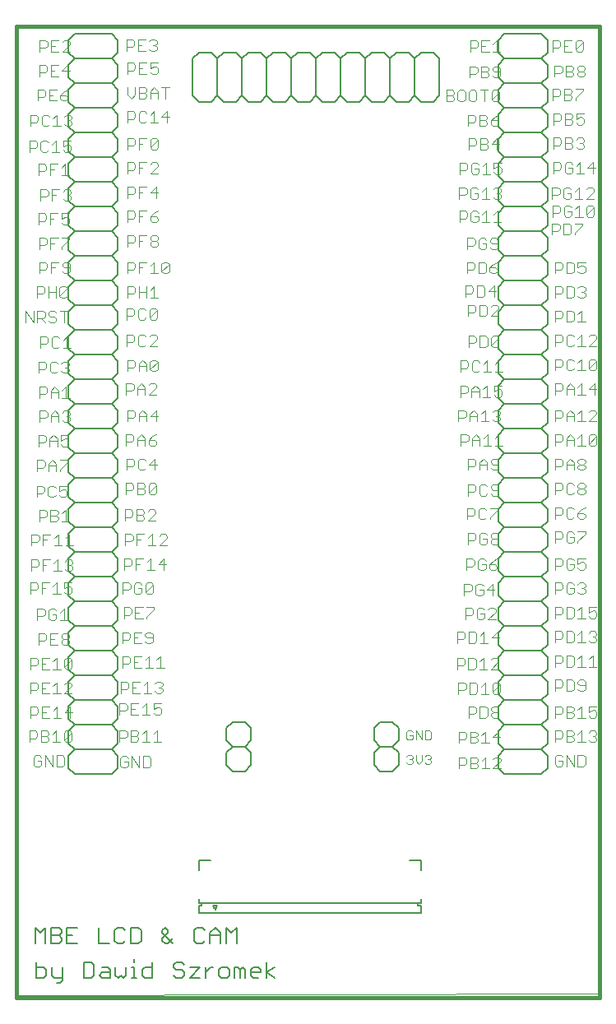
<source format=gto>
G75*
%MOIN*%
%OFA0B0*%
%FSLAX25Y25*%
%IPPOS*%
%LPD*%
%AMOC8*
5,1,8,0,0,1.08239X$1,22.5*
%
%ADD10C,0.00000*%
%ADD11C,0.00300*%
%ADD12C,0.00400*%
%ADD13C,0.00600*%
%ADD14C,0.01600*%
%ADD15C,0.00800*%
D10*
X0001739Y0002810D02*
X0001739Y0395311D01*
X0238660Y0395811D01*
X0238660Y0003310D01*
X0001739Y0002810D01*
D11*
X0159874Y0097092D02*
X0160492Y0096475D01*
X0161726Y0096475D01*
X0162343Y0097092D01*
X0162343Y0097710D01*
X0161726Y0098327D01*
X0161109Y0098327D01*
X0161726Y0098327D02*
X0162343Y0098944D01*
X0162343Y0099561D01*
X0161726Y0100178D01*
X0160492Y0100178D01*
X0159874Y0099561D01*
X0163558Y0100178D02*
X0163558Y0097710D01*
X0164792Y0096475D01*
X0166026Y0097710D01*
X0166026Y0100178D01*
X0167241Y0099561D02*
X0167858Y0100178D01*
X0169092Y0100178D01*
X0169709Y0099561D01*
X0169709Y0098944D01*
X0169092Y0098327D01*
X0169709Y0097710D01*
X0169709Y0097092D01*
X0169092Y0096475D01*
X0167858Y0096475D01*
X0167241Y0097092D01*
X0168475Y0098327D02*
X0169092Y0098327D01*
X0169092Y0106318D02*
X0167241Y0106318D01*
X0167241Y0110021D01*
X0169092Y0110021D01*
X0169709Y0109404D01*
X0169709Y0106935D01*
X0169092Y0106318D01*
X0166026Y0106318D02*
X0166026Y0110021D01*
X0163558Y0110021D02*
X0163558Y0106318D01*
X0162343Y0106935D02*
X0162343Y0108169D01*
X0161109Y0108169D01*
X0162343Y0106935D02*
X0161726Y0106318D01*
X0160492Y0106318D01*
X0159874Y0106935D01*
X0159874Y0109404D01*
X0160492Y0110021D01*
X0161726Y0110021D01*
X0162343Y0109404D01*
X0163558Y0110021D02*
X0166026Y0106318D01*
D12*
X0180962Y0106518D02*
X0183264Y0106518D01*
X0184031Y0107285D01*
X0184031Y0108820D01*
X0183264Y0109587D01*
X0180962Y0109587D01*
X0180962Y0104983D01*
X0185566Y0104983D02*
X0187868Y0104983D01*
X0188635Y0105751D01*
X0188635Y0106518D01*
X0187868Y0107285D01*
X0185566Y0107285D01*
X0185566Y0104983D02*
X0185566Y0109587D01*
X0187868Y0109587D01*
X0188635Y0108820D01*
X0188635Y0108053D01*
X0187868Y0107285D01*
X0190170Y0108053D02*
X0191705Y0109587D01*
X0191705Y0104983D01*
X0193239Y0104983D02*
X0190170Y0104983D01*
X0194774Y0107285D02*
X0197843Y0107285D01*
X0197076Y0104983D02*
X0197076Y0109587D01*
X0194774Y0107285D01*
X0194890Y0115226D02*
X0194123Y0115993D01*
X0194123Y0116761D01*
X0194890Y0117528D01*
X0196425Y0117528D01*
X0197192Y0116761D01*
X0197192Y0115993D01*
X0196425Y0115226D01*
X0194890Y0115226D01*
X0194890Y0117528D02*
X0194123Y0118295D01*
X0194123Y0119063D01*
X0194890Y0119830D01*
X0196425Y0119830D01*
X0197192Y0119063D01*
X0197192Y0118295D01*
X0196425Y0117528D01*
X0192588Y0119063D02*
X0191821Y0119830D01*
X0189519Y0119830D01*
X0189519Y0115226D01*
X0191821Y0115226D01*
X0192588Y0115993D01*
X0192588Y0119063D01*
X0187984Y0119063D02*
X0187984Y0117528D01*
X0187217Y0116761D01*
X0184915Y0116761D01*
X0184915Y0115226D02*
X0184915Y0119830D01*
X0187217Y0119830D01*
X0187984Y0119063D01*
X0187768Y0124869D02*
X0188535Y0125636D01*
X0188535Y0128705D01*
X0187768Y0129472D01*
X0185466Y0129472D01*
X0185466Y0124869D01*
X0187768Y0124869D01*
X0190070Y0124869D02*
X0193139Y0124869D01*
X0191605Y0124869D02*
X0191605Y0129472D01*
X0190070Y0127938D01*
X0189470Y0134895D02*
X0192539Y0134895D01*
X0191005Y0134895D02*
X0191005Y0139499D01*
X0189470Y0137965D01*
X0187935Y0138732D02*
X0187168Y0139499D01*
X0184866Y0139499D01*
X0184866Y0134895D01*
X0187168Y0134895D01*
X0187935Y0135663D01*
X0187935Y0138732D01*
X0183331Y0138732D02*
X0183331Y0137197D01*
X0182564Y0136430D01*
X0180262Y0136430D01*
X0180262Y0134895D02*
X0180262Y0139499D01*
X0182564Y0139499D01*
X0183331Y0138732D01*
X0185066Y0145538D02*
X0187368Y0145538D01*
X0188135Y0146305D01*
X0188135Y0149374D01*
X0187368Y0150142D01*
X0185066Y0150142D01*
X0185066Y0145538D01*
X0183531Y0147840D02*
X0182764Y0147072D01*
X0180462Y0147072D01*
X0180462Y0145538D02*
X0180462Y0150142D01*
X0182764Y0150142D01*
X0183531Y0149374D01*
X0183531Y0147840D01*
X0189670Y0148607D02*
X0191205Y0150142D01*
X0191205Y0145538D01*
X0192739Y0145538D02*
X0189670Y0145538D01*
X0194274Y0147840D02*
X0197343Y0147840D01*
X0196576Y0150142D02*
X0194274Y0147840D01*
X0196576Y0145538D02*
X0196576Y0150142D01*
X0195892Y0155180D02*
X0192823Y0155180D01*
X0195892Y0158250D01*
X0195892Y0159017D01*
X0195125Y0159784D01*
X0193590Y0159784D01*
X0192823Y0159017D01*
X0191288Y0159017D02*
X0190521Y0159784D01*
X0188986Y0159784D01*
X0188219Y0159017D01*
X0188219Y0155948D01*
X0188986Y0155180D01*
X0190521Y0155180D01*
X0191288Y0155948D01*
X0191288Y0157482D01*
X0189754Y0157482D01*
X0186684Y0157482D02*
X0186684Y0159017D01*
X0185917Y0159784D01*
X0183615Y0159784D01*
X0183615Y0155180D01*
X0183615Y0156715D02*
X0185917Y0156715D01*
X0186684Y0157482D01*
X0188586Y0164823D02*
X0187819Y0165590D01*
X0187819Y0168659D01*
X0188586Y0169427D01*
X0190121Y0169427D01*
X0190888Y0168659D01*
X0190888Y0167125D02*
X0189354Y0167125D01*
X0190888Y0167125D02*
X0190888Y0165590D01*
X0190121Y0164823D01*
X0188586Y0164823D01*
X0186284Y0167125D02*
X0185517Y0166357D01*
X0183215Y0166357D01*
X0183215Y0164823D02*
X0183215Y0169427D01*
X0185517Y0169427D01*
X0186284Y0168659D01*
X0186284Y0167125D01*
X0192423Y0167125D02*
X0195492Y0167125D01*
X0194725Y0164823D02*
X0194725Y0169427D01*
X0192423Y0167125D01*
X0191121Y0175065D02*
X0189586Y0175065D01*
X0188819Y0175833D01*
X0188819Y0178902D01*
X0189586Y0179669D01*
X0191121Y0179669D01*
X0191888Y0178902D01*
X0191888Y0177367D02*
X0190354Y0177367D01*
X0191888Y0177367D02*
X0191888Y0175833D01*
X0191121Y0175065D01*
X0193423Y0175833D02*
X0194190Y0175065D01*
X0195725Y0175065D01*
X0196492Y0175833D01*
X0196492Y0176600D01*
X0195725Y0177367D01*
X0193423Y0177367D01*
X0193423Y0175833D01*
X0193423Y0177367D02*
X0194957Y0178902D01*
X0196492Y0179669D01*
X0196225Y0185492D02*
X0194690Y0185492D01*
X0193923Y0186259D01*
X0193923Y0187027D01*
X0194690Y0187794D01*
X0196225Y0187794D01*
X0196992Y0187027D01*
X0196992Y0186259D01*
X0196225Y0185492D01*
X0196225Y0187794D02*
X0196992Y0188561D01*
X0196992Y0189329D01*
X0196225Y0190096D01*
X0194690Y0190096D01*
X0193923Y0189329D01*
X0193923Y0188561D01*
X0194690Y0187794D01*
X0192388Y0187794D02*
X0192388Y0186259D01*
X0191621Y0185492D01*
X0190086Y0185492D01*
X0189319Y0186259D01*
X0189319Y0189329D01*
X0190086Y0190096D01*
X0191621Y0190096D01*
X0192388Y0189329D01*
X0192388Y0187794D02*
X0190854Y0187794D01*
X0187784Y0187794D02*
X0187017Y0187027D01*
X0184715Y0187027D01*
X0184715Y0185492D02*
X0184715Y0190096D01*
X0187017Y0190096D01*
X0187784Y0189329D01*
X0187784Y0187794D01*
X0189786Y0195635D02*
X0191321Y0195635D01*
X0192088Y0196402D01*
X0193623Y0196402D02*
X0193623Y0195635D01*
X0193623Y0196402D02*
X0196692Y0199471D01*
X0196692Y0200239D01*
X0193623Y0200239D01*
X0192088Y0199471D02*
X0191321Y0200239D01*
X0189786Y0200239D01*
X0189019Y0199471D01*
X0189019Y0196402D01*
X0189786Y0195635D01*
X0187484Y0197937D02*
X0187484Y0199471D01*
X0186717Y0200239D01*
X0184415Y0200239D01*
X0184415Y0195635D01*
X0184415Y0197169D02*
X0186717Y0197169D01*
X0187484Y0197937D01*
X0190086Y0205277D02*
X0191621Y0205277D01*
X0192388Y0206044D01*
X0193923Y0206044D02*
X0194690Y0205277D01*
X0196225Y0205277D01*
X0196992Y0206044D01*
X0196992Y0209114D01*
X0196225Y0209881D01*
X0194690Y0209881D01*
X0193923Y0209114D01*
X0193923Y0208346D01*
X0194690Y0207579D01*
X0196992Y0207579D01*
X0192388Y0209114D02*
X0191621Y0209881D01*
X0190086Y0209881D01*
X0189319Y0209114D01*
X0189319Y0206044D01*
X0190086Y0205277D01*
X0187784Y0207579D02*
X0187017Y0206812D01*
X0184715Y0206812D01*
X0184715Y0205277D02*
X0184715Y0209881D01*
X0187017Y0209881D01*
X0187784Y0209114D01*
X0187784Y0207579D01*
X0189403Y0215620D02*
X0189403Y0218689D01*
X0190938Y0220224D01*
X0192472Y0218689D01*
X0192472Y0215620D01*
X0194007Y0216387D02*
X0194774Y0215620D01*
X0196309Y0215620D01*
X0197076Y0216387D01*
X0197076Y0219456D01*
X0196309Y0220224D01*
X0194774Y0220224D01*
X0194007Y0219456D01*
X0194007Y0218689D01*
X0194774Y0217922D01*
X0197076Y0217922D01*
X0192472Y0217922D02*
X0189403Y0217922D01*
X0187868Y0217922D02*
X0187101Y0217154D01*
X0184799Y0217154D01*
X0184799Y0215620D02*
X0184799Y0220224D01*
X0187101Y0220224D01*
X0187868Y0219456D01*
X0187868Y0217922D01*
X0186450Y0225462D02*
X0186450Y0228531D01*
X0187985Y0230066D01*
X0189520Y0228531D01*
X0189520Y0225462D01*
X0191054Y0225462D02*
X0194124Y0225462D01*
X0195658Y0225462D02*
X0198728Y0225462D01*
X0197193Y0225462D02*
X0197193Y0230066D01*
X0195658Y0228531D01*
X0192589Y0230066D02*
X0192589Y0225462D01*
X0191054Y0228531D02*
X0192589Y0230066D01*
X0189520Y0227764D02*
X0186450Y0227764D01*
X0184916Y0227764D02*
X0184148Y0226997D01*
X0181846Y0226997D01*
X0181846Y0225462D02*
X0181846Y0230066D01*
X0184148Y0230066D01*
X0184916Y0229299D01*
X0184916Y0227764D01*
X0185466Y0235305D02*
X0185466Y0238374D01*
X0187001Y0239909D01*
X0188535Y0238374D01*
X0188535Y0235305D01*
X0190070Y0235305D02*
X0193139Y0235305D01*
X0191605Y0235305D02*
X0191605Y0239909D01*
X0190070Y0238374D01*
X0188535Y0237607D02*
X0185466Y0237607D01*
X0183931Y0237607D02*
X0183931Y0239141D01*
X0183164Y0239909D01*
X0180862Y0239909D01*
X0180862Y0235305D01*
X0180862Y0236839D02*
X0183164Y0236839D01*
X0183931Y0237607D01*
X0186166Y0245231D02*
X0186166Y0248301D01*
X0187701Y0249835D01*
X0189235Y0248301D01*
X0189235Y0245231D01*
X0190770Y0245231D02*
X0193839Y0245231D01*
X0192305Y0245231D02*
X0192305Y0249835D01*
X0190770Y0248301D01*
X0189235Y0247533D02*
X0186166Y0247533D01*
X0184631Y0247533D02*
X0183864Y0246766D01*
X0181562Y0246766D01*
X0181562Y0245231D02*
X0181562Y0249835D01*
X0183864Y0249835D01*
X0184631Y0249068D01*
X0184631Y0247533D01*
X0187133Y0255374D02*
X0188668Y0255374D01*
X0189435Y0256141D01*
X0190970Y0255374D02*
X0194039Y0255374D01*
X0192505Y0255374D02*
X0192505Y0259978D01*
X0190970Y0258443D01*
X0189435Y0259211D02*
X0188668Y0259978D01*
X0187133Y0259978D01*
X0186366Y0259211D01*
X0186366Y0256141D01*
X0187133Y0255374D01*
X0184831Y0257676D02*
X0184831Y0259211D01*
X0184064Y0259978D01*
X0181762Y0259978D01*
X0181762Y0255374D01*
X0181762Y0256909D02*
X0184064Y0256909D01*
X0184831Y0257676D01*
X0184915Y0265417D02*
X0184915Y0270020D01*
X0187217Y0270020D01*
X0187984Y0269253D01*
X0187984Y0267718D01*
X0187217Y0266951D01*
X0184915Y0266951D01*
X0189519Y0265417D02*
X0191821Y0265417D01*
X0192588Y0266184D01*
X0192588Y0269253D01*
X0191821Y0270020D01*
X0189519Y0270020D01*
X0189519Y0265417D01*
X0194123Y0266184D02*
X0197192Y0269253D01*
X0197192Y0266184D01*
X0196425Y0265417D01*
X0194890Y0265417D01*
X0194123Y0266184D01*
X0194123Y0269253D01*
X0194890Y0270020D01*
X0196425Y0270020D01*
X0197192Y0269253D01*
X0196992Y0277959D02*
X0193923Y0277959D01*
X0196992Y0281028D01*
X0196992Y0281796D01*
X0196225Y0282563D01*
X0194690Y0282563D01*
X0193923Y0281796D01*
X0192388Y0281796D02*
X0191621Y0282563D01*
X0189319Y0282563D01*
X0189319Y0277959D01*
X0191621Y0277959D01*
X0192388Y0278726D01*
X0192388Y0281796D01*
X0190721Y0285702D02*
X0188419Y0285702D01*
X0188419Y0290305D01*
X0190721Y0290305D01*
X0191488Y0289538D01*
X0191488Y0286469D01*
X0190721Y0285702D01*
X0193023Y0288004D02*
X0196092Y0288004D01*
X0195325Y0290305D02*
X0195325Y0285702D01*
X0193023Y0288004D02*
X0195325Y0290305D01*
X0195825Y0295344D02*
X0194290Y0295344D01*
X0193523Y0296111D01*
X0193523Y0297646D01*
X0195825Y0297646D01*
X0196592Y0296879D01*
X0196592Y0296111D01*
X0195825Y0295344D01*
X0193523Y0297646D02*
X0195057Y0299181D01*
X0196592Y0299948D01*
X0196025Y0305071D02*
X0194490Y0305071D01*
X0193723Y0305838D01*
X0192188Y0305838D02*
X0192188Y0307373D01*
X0190654Y0307373D01*
X0192188Y0308907D02*
X0191421Y0309675D01*
X0189886Y0309675D01*
X0189119Y0308907D01*
X0189119Y0305838D01*
X0189886Y0305071D01*
X0191421Y0305071D01*
X0192188Y0305838D01*
X0194490Y0307373D02*
X0196792Y0307373D01*
X0196792Y0308907D02*
X0196025Y0309675D01*
X0194490Y0309675D01*
X0193723Y0308907D01*
X0193723Y0308140D01*
X0194490Y0307373D01*
X0196792Y0305838D02*
X0196792Y0308907D01*
X0196792Y0305838D02*
X0196025Y0305071D01*
X0191221Y0299948D02*
X0188919Y0299948D01*
X0188919Y0295344D01*
X0191221Y0295344D01*
X0191988Y0296111D01*
X0191988Y0299181D01*
X0191221Y0299948D01*
X0187384Y0299181D02*
X0187384Y0297646D01*
X0186617Y0296879D01*
X0184315Y0296879D01*
X0184315Y0295344D02*
X0184315Y0299948D01*
X0186617Y0299948D01*
X0187384Y0299181D01*
X0184515Y0305071D02*
X0184515Y0309675D01*
X0186817Y0309675D01*
X0187584Y0308907D01*
X0187584Y0307373D01*
X0186817Y0306605D01*
X0184515Y0306605D01*
X0186633Y0316013D02*
X0188168Y0316013D01*
X0188935Y0316781D01*
X0188935Y0318315D01*
X0187401Y0318315D01*
X0185866Y0319850D02*
X0185866Y0316781D01*
X0186633Y0316013D01*
X0184331Y0318315D02*
X0183564Y0317548D01*
X0181262Y0317548D01*
X0181262Y0316013D02*
X0181262Y0320617D01*
X0183564Y0320617D01*
X0184331Y0319850D01*
X0184331Y0318315D01*
X0185866Y0319850D02*
X0186633Y0320617D01*
X0188168Y0320617D01*
X0188935Y0319850D01*
X0190470Y0319083D02*
X0192005Y0320617D01*
X0192005Y0316013D01*
X0193539Y0316013D02*
X0190470Y0316013D01*
X0195074Y0316013D02*
X0198143Y0316013D01*
X0196609Y0316013D02*
X0196609Y0320617D01*
X0195074Y0319083D01*
X0195757Y0325456D02*
X0194990Y0326223D01*
X0195757Y0325456D02*
X0197292Y0325456D01*
X0198059Y0326223D01*
X0198059Y0326991D01*
X0197292Y0327758D01*
X0196524Y0327758D01*
X0197292Y0327758D02*
X0198059Y0328525D01*
X0198059Y0329293D01*
X0197292Y0330060D01*
X0195757Y0330060D01*
X0194990Y0329293D01*
X0191920Y0330060D02*
X0191920Y0325456D01*
X0190386Y0325456D02*
X0193455Y0325456D01*
X0190386Y0328525D02*
X0191920Y0330060D01*
X0188851Y0329293D02*
X0188084Y0330060D01*
X0186549Y0330060D01*
X0185782Y0329293D01*
X0185782Y0326223D01*
X0186549Y0325456D01*
X0188084Y0325456D01*
X0188851Y0326223D01*
X0188851Y0327758D01*
X0187317Y0327758D01*
X0184247Y0327758D02*
X0183480Y0326991D01*
X0181178Y0326991D01*
X0181178Y0325456D02*
X0181178Y0330060D01*
X0183480Y0330060D01*
X0184247Y0329293D01*
X0184247Y0327758D01*
X0186749Y0335598D02*
X0188284Y0335598D01*
X0189051Y0336366D01*
X0189051Y0337900D01*
X0187517Y0337900D01*
X0189051Y0339435D02*
X0188284Y0340202D01*
X0186749Y0340202D01*
X0185982Y0339435D01*
X0185982Y0336366D01*
X0186749Y0335598D01*
X0184447Y0337900D02*
X0183680Y0337133D01*
X0181378Y0337133D01*
X0181378Y0335598D02*
X0181378Y0340202D01*
X0183680Y0340202D01*
X0184447Y0339435D01*
X0184447Y0337900D01*
X0185015Y0345441D02*
X0185015Y0350045D01*
X0187317Y0350045D01*
X0188084Y0349278D01*
X0188084Y0347743D01*
X0187317Y0346976D01*
X0185015Y0346976D01*
X0189619Y0347743D02*
X0191921Y0347743D01*
X0192688Y0346976D01*
X0192688Y0346208D01*
X0191921Y0345441D01*
X0189619Y0345441D01*
X0189619Y0350045D01*
X0191921Y0350045D01*
X0192688Y0349278D01*
X0192688Y0348510D01*
X0191921Y0347743D01*
X0194223Y0347743D02*
X0197292Y0347743D01*
X0196525Y0345441D02*
X0196525Y0350045D01*
X0194223Y0347743D01*
X0194790Y0354983D02*
X0196325Y0354983D01*
X0197092Y0355751D01*
X0197092Y0356518D01*
X0196325Y0357285D01*
X0194023Y0357285D01*
X0194023Y0355751D01*
X0194790Y0354983D01*
X0192488Y0355751D02*
X0191721Y0354983D01*
X0189419Y0354983D01*
X0189419Y0359587D01*
X0191721Y0359587D01*
X0192488Y0358820D01*
X0192488Y0358053D01*
X0191721Y0357285D01*
X0189419Y0357285D01*
X0187884Y0357285D02*
X0187117Y0356518D01*
X0184815Y0356518D01*
X0184815Y0354983D02*
X0184815Y0359587D01*
X0187117Y0359587D01*
X0187884Y0358820D01*
X0187884Y0357285D01*
X0191721Y0357285D02*
X0192488Y0356518D01*
X0192488Y0355751D01*
X0194023Y0357285D02*
X0195557Y0358820D01*
X0197092Y0359587D01*
X0196652Y0365045D02*
X0195118Y0365045D01*
X0194350Y0365812D01*
X0197420Y0368881D01*
X0197420Y0365812D01*
X0196652Y0365045D01*
X0194350Y0365812D02*
X0194350Y0368881D01*
X0195118Y0369649D01*
X0196652Y0369649D01*
X0197420Y0368881D01*
X0192816Y0369649D02*
X0189746Y0369649D01*
X0191281Y0369649D02*
X0191281Y0365045D01*
X0188212Y0365812D02*
X0188212Y0368881D01*
X0187444Y0369649D01*
X0185910Y0369649D01*
X0185142Y0368881D01*
X0185142Y0365812D01*
X0185910Y0365045D01*
X0187444Y0365045D01*
X0188212Y0365812D01*
X0183608Y0365812D02*
X0183608Y0368881D01*
X0182841Y0369649D01*
X0181306Y0369649D01*
X0180539Y0368881D01*
X0180539Y0365812D01*
X0181306Y0365045D01*
X0182841Y0365045D01*
X0183608Y0365812D01*
X0179004Y0365812D02*
X0178237Y0365045D01*
X0175935Y0365045D01*
X0175935Y0369649D01*
X0178237Y0369649D01*
X0179004Y0368881D01*
X0179004Y0368114D01*
X0178237Y0367347D01*
X0175935Y0367347D01*
X0178237Y0367347D02*
X0179004Y0366580D01*
X0179004Y0365812D01*
X0185499Y0374669D02*
X0185499Y0379272D01*
X0187801Y0379272D01*
X0188568Y0378505D01*
X0188568Y0376970D01*
X0187801Y0376203D01*
X0185499Y0376203D01*
X0190103Y0376970D02*
X0192405Y0376970D01*
X0193172Y0376203D01*
X0193172Y0375436D01*
X0192405Y0374669D01*
X0190103Y0374669D01*
X0190103Y0379272D01*
X0192405Y0379272D01*
X0193172Y0378505D01*
X0193172Y0377738D01*
X0192405Y0376970D01*
X0194707Y0377738D02*
X0195474Y0376970D01*
X0197776Y0376970D01*
X0197776Y0375436D02*
X0197776Y0378505D01*
X0197009Y0379272D01*
X0195474Y0379272D01*
X0194707Y0378505D01*
X0194707Y0377738D01*
X0194707Y0375436D02*
X0195474Y0374669D01*
X0197009Y0374669D01*
X0197776Y0375436D01*
X0197864Y0385157D02*
X0194794Y0385157D01*
X0193260Y0385157D02*
X0190191Y0385157D01*
X0190191Y0389761D01*
X0193260Y0389761D01*
X0194794Y0388227D02*
X0196329Y0389761D01*
X0196329Y0385157D01*
X0191725Y0387459D02*
X0190191Y0387459D01*
X0188656Y0387459D02*
X0187889Y0386692D01*
X0185587Y0386692D01*
X0185587Y0385157D02*
X0185587Y0389761D01*
X0187889Y0389761D01*
X0188656Y0388994D01*
X0188656Y0387459D01*
X0219048Y0386730D02*
X0221350Y0386730D01*
X0222117Y0387497D01*
X0222117Y0389032D01*
X0221350Y0389799D01*
X0219048Y0389799D01*
X0219048Y0385195D01*
X0219848Y0379557D02*
X0222150Y0379557D01*
X0222917Y0378789D01*
X0222917Y0377255D01*
X0222150Y0376487D01*
X0219848Y0376487D01*
X0219848Y0374953D02*
X0219848Y0379557D01*
X0223652Y0385195D02*
X0226721Y0385195D01*
X0228256Y0385963D02*
X0231325Y0389032D01*
X0231325Y0385963D01*
X0230558Y0385195D01*
X0229023Y0385195D01*
X0228256Y0385963D01*
X0228256Y0389032D01*
X0229023Y0389799D01*
X0230558Y0389799D01*
X0231325Y0389032D01*
X0226721Y0389799D02*
X0223652Y0389799D01*
X0223652Y0385195D01*
X0223652Y0387497D02*
X0225187Y0387497D01*
X0224452Y0379557D02*
X0226754Y0379557D01*
X0227521Y0378789D01*
X0227521Y0378022D01*
X0226754Y0377255D01*
X0224452Y0377255D01*
X0224452Y0374953D02*
X0224452Y0379557D01*
X0226754Y0377255D02*
X0227521Y0376487D01*
X0227521Y0375720D01*
X0226754Y0374953D01*
X0224452Y0374953D01*
X0223652Y0370214D02*
X0225954Y0370214D01*
X0226721Y0369447D01*
X0226721Y0368680D01*
X0225954Y0367912D01*
X0223652Y0367912D01*
X0222117Y0367912D02*
X0221350Y0367145D01*
X0219048Y0367145D01*
X0219048Y0365610D02*
X0219048Y0370214D01*
X0221350Y0370214D01*
X0222117Y0369447D01*
X0222117Y0367912D01*
X0223652Y0365610D02*
X0225954Y0365610D01*
X0226721Y0366378D01*
X0226721Y0367145D01*
X0225954Y0367912D01*
X0228256Y0366378D02*
X0228256Y0365610D01*
X0228256Y0366378D02*
X0231325Y0369447D01*
X0231325Y0370214D01*
X0228256Y0370214D01*
X0229823Y0374953D02*
X0229056Y0375720D01*
X0229056Y0376487D01*
X0229823Y0377255D01*
X0231358Y0377255D01*
X0232125Y0376487D01*
X0232125Y0375720D01*
X0231358Y0374953D01*
X0229823Y0374953D01*
X0229823Y0377255D02*
X0229056Y0378022D01*
X0229056Y0378789D01*
X0229823Y0379557D01*
X0231358Y0379557D01*
X0232125Y0378789D01*
X0232125Y0378022D01*
X0231358Y0377255D01*
X0223652Y0370214D02*
X0223652Y0365610D01*
X0223952Y0360187D02*
X0226254Y0360187D01*
X0227021Y0359420D01*
X0227021Y0358653D01*
X0226254Y0357885D01*
X0223952Y0357885D01*
X0222417Y0357885D02*
X0221650Y0357118D01*
X0219348Y0357118D01*
X0219348Y0355583D02*
X0219348Y0360187D01*
X0221650Y0360187D01*
X0222417Y0359420D01*
X0222417Y0357885D01*
X0223952Y0355583D02*
X0223952Y0360187D01*
X0226254Y0357885D02*
X0227021Y0357118D01*
X0227021Y0356351D01*
X0226254Y0355583D01*
X0223952Y0355583D01*
X0224068Y0350345D02*
X0226370Y0350345D01*
X0227137Y0349578D01*
X0227137Y0348810D01*
X0226370Y0348043D01*
X0224068Y0348043D01*
X0222533Y0348043D02*
X0221766Y0347276D01*
X0219464Y0347276D01*
X0219464Y0345741D02*
X0219464Y0350345D01*
X0221766Y0350345D01*
X0222533Y0349578D01*
X0222533Y0348043D01*
X0224068Y0345741D02*
X0224068Y0350345D01*
X0226370Y0348043D02*
X0227137Y0347276D01*
X0227137Y0346508D01*
X0226370Y0345741D01*
X0224068Y0345741D01*
X0228672Y0346508D02*
X0229439Y0345741D01*
X0230974Y0345741D01*
X0231741Y0346508D01*
X0231741Y0347276D01*
X0230974Y0348043D01*
X0230206Y0348043D01*
X0230974Y0348043D02*
X0231741Y0348810D01*
X0231741Y0349578D01*
X0230974Y0350345D01*
X0229439Y0350345D01*
X0228672Y0349578D01*
X0229323Y0355583D02*
X0228556Y0356351D01*
X0229323Y0355583D02*
X0230858Y0355583D01*
X0231625Y0356351D01*
X0231625Y0357885D01*
X0230858Y0358653D01*
X0230091Y0358653D01*
X0228556Y0357885D01*
X0228556Y0360187D01*
X0231625Y0360187D01*
X0230106Y0340302D02*
X0228572Y0338768D01*
X0227037Y0339535D02*
X0226270Y0340302D01*
X0224735Y0340302D01*
X0223968Y0339535D01*
X0223968Y0336466D01*
X0224735Y0335698D01*
X0226270Y0335698D01*
X0227037Y0336466D01*
X0227037Y0338000D01*
X0225502Y0338000D01*
X0222433Y0338000D02*
X0221666Y0337233D01*
X0219364Y0337233D01*
X0219364Y0335698D02*
X0219364Y0340302D01*
X0221666Y0340302D01*
X0222433Y0339535D01*
X0222433Y0338000D01*
X0228572Y0335698D02*
X0231641Y0335698D01*
X0230106Y0335698D02*
X0230106Y0340302D01*
X0233176Y0338000D02*
X0236245Y0338000D01*
X0235478Y0335698D02*
X0235478Y0340302D01*
X0233176Y0338000D01*
X0233443Y0330060D02*
X0232676Y0329293D01*
X0233443Y0330060D02*
X0234978Y0330060D01*
X0235745Y0329293D01*
X0235745Y0328525D01*
X0232676Y0325456D01*
X0235745Y0325456D01*
X0235078Y0322817D02*
X0235845Y0322050D01*
X0232776Y0318981D01*
X0233543Y0318213D01*
X0235078Y0318213D01*
X0235845Y0318981D01*
X0235845Y0322050D01*
X0235078Y0322817D02*
X0233543Y0322817D01*
X0232776Y0322050D01*
X0232776Y0318981D01*
X0231241Y0318213D02*
X0228172Y0318213D01*
X0229706Y0318213D02*
X0229706Y0322817D01*
X0228172Y0321283D01*
X0226637Y0322050D02*
X0225870Y0322817D01*
X0224335Y0322817D01*
X0223568Y0322050D01*
X0223568Y0318981D01*
X0224335Y0318213D01*
X0225870Y0318213D01*
X0226637Y0318981D01*
X0226637Y0320515D01*
X0225102Y0320515D01*
X0222033Y0320515D02*
X0222033Y0322050D01*
X0221266Y0322817D01*
X0218964Y0322817D01*
X0218964Y0318213D01*
X0218964Y0319748D02*
X0221266Y0319748D01*
X0222033Y0320515D01*
X0221166Y0315591D02*
X0221933Y0314823D01*
X0221933Y0313289D01*
X0221166Y0312521D01*
X0218864Y0312521D01*
X0218864Y0310987D02*
X0218864Y0315591D01*
X0221166Y0315591D01*
X0223468Y0315591D02*
X0223468Y0310987D01*
X0225770Y0310987D01*
X0226537Y0311754D01*
X0226537Y0314823D01*
X0225770Y0315591D01*
X0223468Y0315591D01*
X0228072Y0315591D02*
X0231141Y0315591D01*
X0231141Y0314823D01*
X0228072Y0311754D01*
X0228072Y0310987D01*
X0229172Y0299948D02*
X0229172Y0297646D01*
X0230706Y0298413D01*
X0231474Y0298413D01*
X0232241Y0297646D01*
X0232241Y0296111D01*
X0231474Y0295344D01*
X0229939Y0295344D01*
X0229172Y0296111D01*
X0227637Y0296111D02*
X0227637Y0299181D01*
X0226870Y0299948D01*
X0224568Y0299948D01*
X0224568Y0295344D01*
X0226870Y0295344D01*
X0227637Y0296111D01*
X0229172Y0299948D02*
X0232241Y0299948D01*
X0231474Y0290105D02*
X0229939Y0290105D01*
X0229172Y0289338D01*
X0227637Y0289338D02*
X0226870Y0290105D01*
X0224568Y0290105D01*
X0224568Y0285502D01*
X0226870Y0285502D01*
X0227637Y0286269D01*
X0227637Y0289338D01*
X0229172Y0286269D02*
X0229939Y0285502D01*
X0231474Y0285502D01*
X0232241Y0286269D01*
X0232241Y0287036D01*
X0231474Y0287804D01*
X0230706Y0287804D01*
X0231474Y0287804D02*
X0232241Y0288571D01*
X0232241Y0289338D01*
X0231474Y0290105D01*
X0230706Y0280263D02*
X0230706Y0275659D01*
X0229172Y0275659D02*
X0232241Y0275659D01*
X0229172Y0278728D02*
X0230706Y0280263D01*
X0227637Y0279496D02*
X0227637Y0276426D01*
X0226870Y0275659D01*
X0224568Y0275659D01*
X0224568Y0280263D01*
X0226870Y0280263D01*
X0227637Y0279496D01*
X0223033Y0279496D02*
X0223033Y0277961D01*
X0222266Y0277194D01*
X0219964Y0277194D01*
X0219964Y0275659D02*
X0219964Y0280263D01*
X0222266Y0280263D01*
X0223033Y0279496D01*
X0219964Y0285502D02*
X0219964Y0290105D01*
X0222266Y0290105D01*
X0223033Y0289338D01*
X0223033Y0287804D01*
X0222266Y0287036D01*
X0219964Y0287036D01*
X0219964Y0295344D02*
X0219964Y0299948D01*
X0222266Y0299948D01*
X0223033Y0299181D01*
X0223033Y0297646D01*
X0222266Y0296879D01*
X0219964Y0296879D01*
X0219964Y0270420D02*
X0222266Y0270420D01*
X0223033Y0269653D01*
X0223033Y0268118D01*
X0222266Y0267351D01*
X0219964Y0267351D01*
X0219964Y0265817D02*
X0219964Y0270420D01*
X0224568Y0269653D02*
X0224568Y0266584D01*
X0225335Y0265817D01*
X0226870Y0265817D01*
X0227637Y0266584D01*
X0229172Y0265817D02*
X0232241Y0265817D01*
X0233776Y0265817D02*
X0236845Y0268886D01*
X0236845Y0269653D01*
X0236078Y0270420D01*
X0234543Y0270420D01*
X0233776Y0269653D01*
X0233776Y0265817D02*
X0236845Y0265817D01*
X0236078Y0260578D02*
X0234543Y0260578D01*
X0233776Y0259811D01*
X0233776Y0256741D01*
X0236845Y0259811D01*
X0236845Y0256741D01*
X0236078Y0255974D01*
X0234543Y0255974D01*
X0233776Y0256741D01*
X0232241Y0255974D02*
X0229172Y0255974D01*
X0230706Y0255974D02*
X0230706Y0260578D01*
X0229172Y0259043D01*
X0227637Y0259811D02*
X0226870Y0260578D01*
X0225335Y0260578D01*
X0224568Y0259811D01*
X0224568Y0256741D01*
X0225335Y0255974D01*
X0226870Y0255974D01*
X0227637Y0256741D01*
X0226102Y0250735D02*
X0227637Y0249201D01*
X0227637Y0246131D01*
X0229172Y0246131D02*
X0232241Y0246131D01*
X0230706Y0246131D02*
X0230706Y0250735D01*
X0229172Y0249201D01*
X0227637Y0248433D02*
X0224568Y0248433D01*
X0224568Y0249201D02*
X0226102Y0250735D01*
X0224568Y0249201D02*
X0224568Y0246131D01*
X0222266Y0247666D02*
X0219964Y0247666D01*
X0219964Y0246131D02*
X0219964Y0250735D01*
X0222266Y0250735D01*
X0223033Y0249968D01*
X0223033Y0248433D01*
X0222266Y0247666D01*
X0222266Y0239909D02*
X0219964Y0239909D01*
X0219964Y0235305D01*
X0219964Y0236839D02*
X0222266Y0236839D01*
X0223033Y0237607D01*
X0223033Y0239141D01*
X0222266Y0239909D01*
X0224568Y0238374D02*
X0226102Y0239909D01*
X0227637Y0238374D01*
X0227637Y0235305D01*
X0229172Y0235305D02*
X0232241Y0235305D01*
X0233776Y0235305D02*
X0236845Y0238374D01*
X0236845Y0239141D01*
X0236078Y0239909D01*
X0234543Y0239909D01*
X0233776Y0239141D01*
X0233776Y0235305D02*
X0236845Y0235305D01*
X0236078Y0230066D02*
X0234543Y0230066D01*
X0233776Y0229299D01*
X0233776Y0226230D01*
X0236845Y0229299D01*
X0236845Y0226230D01*
X0236078Y0225462D01*
X0234543Y0225462D01*
X0233776Y0226230D01*
X0232241Y0225462D02*
X0229172Y0225462D01*
X0230706Y0225462D02*
X0230706Y0230066D01*
X0229172Y0228531D01*
X0227637Y0228531D02*
X0227637Y0225462D01*
X0227637Y0227764D02*
X0224568Y0227764D01*
X0224568Y0228531D02*
X0226102Y0230066D01*
X0227637Y0228531D01*
X0224568Y0228531D02*
X0224568Y0225462D01*
X0223033Y0227764D02*
X0222266Y0226997D01*
X0219964Y0226997D01*
X0219964Y0225462D02*
X0219964Y0230066D01*
X0222266Y0230066D01*
X0223033Y0229299D01*
X0223033Y0227764D01*
X0222266Y0220224D02*
X0219964Y0220224D01*
X0219964Y0215620D01*
X0219964Y0217154D02*
X0222266Y0217154D01*
X0223033Y0217922D01*
X0223033Y0219456D01*
X0222266Y0220224D01*
X0224568Y0218689D02*
X0224568Y0215620D01*
X0224568Y0217922D02*
X0227637Y0217922D01*
X0227637Y0218689D02*
X0227637Y0215620D01*
X0229172Y0216387D02*
X0229172Y0217154D01*
X0229939Y0217922D01*
X0231474Y0217922D01*
X0232241Y0217154D01*
X0232241Y0216387D01*
X0231474Y0215620D01*
X0229939Y0215620D01*
X0229172Y0216387D01*
X0229939Y0217922D02*
X0229172Y0218689D01*
X0229172Y0219456D01*
X0229939Y0220224D01*
X0231474Y0220224D01*
X0232241Y0219456D01*
X0232241Y0218689D01*
X0231474Y0217922D01*
X0227637Y0218689D02*
X0226102Y0220224D01*
X0224568Y0218689D01*
X0225335Y0210381D02*
X0224568Y0209614D01*
X0224568Y0206544D01*
X0225335Y0205777D01*
X0226870Y0205777D01*
X0227637Y0206544D01*
X0229172Y0206544D02*
X0229172Y0207312D01*
X0229939Y0208079D01*
X0231474Y0208079D01*
X0232241Y0207312D01*
X0232241Y0206544D01*
X0231474Y0205777D01*
X0229939Y0205777D01*
X0229172Y0206544D01*
X0229939Y0208079D02*
X0229172Y0208846D01*
X0229172Y0209614D01*
X0229939Y0210381D01*
X0231474Y0210381D01*
X0232241Y0209614D01*
X0232241Y0208846D01*
X0231474Y0208079D01*
X0227637Y0209614D02*
X0226870Y0210381D01*
X0225335Y0210381D01*
X0223033Y0209614D02*
X0223033Y0208079D01*
X0222266Y0207312D01*
X0219964Y0207312D01*
X0219964Y0205777D02*
X0219964Y0210381D01*
X0222266Y0210381D01*
X0223033Y0209614D01*
X0222266Y0200539D02*
X0219964Y0200539D01*
X0219964Y0195935D01*
X0219964Y0197469D02*
X0222266Y0197469D01*
X0223033Y0198237D01*
X0223033Y0199771D01*
X0222266Y0200539D01*
X0224568Y0199771D02*
X0224568Y0196702D01*
X0225335Y0195935D01*
X0226870Y0195935D01*
X0227637Y0196702D01*
X0229172Y0196702D02*
X0229939Y0195935D01*
X0231474Y0195935D01*
X0232241Y0196702D01*
X0232241Y0197469D01*
X0231474Y0198237D01*
X0229172Y0198237D01*
X0229172Y0196702D01*
X0229172Y0198237D02*
X0230706Y0199771D01*
X0232241Y0200539D01*
X0227637Y0199771D02*
X0226870Y0200539D01*
X0225335Y0200539D01*
X0224568Y0199771D01*
X0225335Y0190696D02*
X0224568Y0189929D01*
X0224568Y0186859D01*
X0225335Y0186092D01*
X0226870Y0186092D01*
X0227637Y0186859D01*
X0227637Y0188394D01*
X0226102Y0188394D01*
X0227637Y0189929D02*
X0226870Y0190696D01*
X0225335Y0190696D01*
X0223033Y0189929D02*
X0223033Y0188394D01*
X0222266Y0187627D01*
X0219964Y0187627D01*
X0219964Y0186092D02*
X0219964Y0190696D01*
X0222266Y0190696D01*
X0223033Y0189929D01*
X0222266Y0179869D02*
X0219964Y0179869D01*
X0219964Y0175265D01*
X0219964Y0176800D02*
X0222266Y0176800D01*
X0223033Y0177567D01*
X0223033Y0179102D01*
X0222266Y0179869D01*
X0224568Y0179102D02*
X0224568Y0176033D01*
X0225335Y0175265D01*
X0226870Y0175265D01*
X0227637Y0176033D01*
X0227637Y0177567D01*
X0226102Y0177567D01*
X0224568Y0179102D02*
X0225335Y0179869D01*
X0226870Y0179869D01*
X0227637Y0179102D01*
X0229172Y0179869D02*
X0229172Y0177567D01*
X0230706Y0178335D01*
X0231474Y0178335D01*
X0232241Y0177567D01*
X0232241Y0176033D01*
X0231474Y0175265D01*
X0229939Y0175265D01*
X0229172Y0176033D01*
X0229172Y0179869D02*
X0232241Y0179869D01*
X0229172Y0186092D02*
X0229172Y0186859D01*
X0232241Y0189929D01*
X0232241Y0190696D01*
X0229172Y0190696D01*
X0229939Y0170027D02*
X0231474Y0170027D01*
X0232241Y0169259D01*
X0232241Y0168492D01*
X0231474Y0167725D01*
X0232241Y0166957D01*
X0232241Y0166190D01*
X0231474Y0165423D01*
X0229939Y0165423D01*
X0229172Y0166190D01*
X0227637Y0166190D02*
X0227637Y0167725D01*
X0226102Y0167725D01*
X0224568Y0169259D02*
X0224568Y0166190D01*
X0225335Y0165423D01*
X0226870Y0165423D01*
X0227637Y0166190D01*
X0227637Y0169259D02*
X0226870Y0170027D01*
X0225335Y0170027D01*
X0224568Y0169259D01*
X0223033Y0169259D02*
X0223033Y0167725D01*
X0222266Y0166957D01*
X0219964Y0166957D01*
X0219964Y0165423D02*
X0219964Y0170027D01*
X0222266Y0170027D01*
X0223033Y0169259D01*
X0222266Y0160184D02*
X0219964Y0160184D01*
X0219964Y0155580D01*
X0219964Y0157115D02*
X0222266Y0157115D01*
X0223033Y0157882D01*
X0223033Y0159417D01*
X0222266Y0160184D01*
X0224568Y0160184D02*
X0224568Y0155580D01*
X0226870Y0155580D01*
X0227637Y0156348D01*
X0227637Y0159417D01*
X0226870Y0160184D01*
X0224568Y0160184D01*
X0229172Y0158650D02*
X0230706Y0160184D01*
X0230706Y0155580D01*
X0229172Y0155580D02*
X0232241Y0155580D01*
X0233776Y0156348D02*
X0234543Y0155580D01*
X0236078Y0155580D01*
X0236845Y0156348D01*
X0236845Y0157882D01*
X0236078Y0158650D01*
X0235310Y0158650D01*
X0233776Y0157882D01*
X0233776Y0160184D01*
X0236845Y0160184D01*
X0231474Y0167725D02*
X0230706Y0167725D01*
X0229172Y0169259D02*
X0229939Y0170027D01*
X0230706Y0150342D02*
X0230706Y0145738D01*
X0229172Y0145738D02*
X0232241Y0145738D01*
X0233776Y0146505D02*
X0234543Y0145738D01*
X0236078Y0145738D01*
X0236845Y0146505D01*
X0236845Y0147272D01*
X0236078Y0148040D01*
X0235310Y0148040D01*
X0236078Y0148040D02*
X0236845Y0148807D01*
X0236845Y0149574D01*
X0236078Y0150342D01*
X0234543Y0150342D01*
X0233776Y0149574D01*
X0230706Y0150342D02*
X0229172Y0148807D01*
X0227637Y0149574D02*
X0227637Y0146505D01*
X0226870Y0145738D01*
X0224568Y0145738D01*
X0224568Y0150342D01*
X0226870Y0150342D01*
X0227637Y0149574D01*
X0223033Y0149574D02*
X0223033Y0148040D01*
X0222266Y0147272D01*
X0219964Y0147272D01*
X0219964Y0145738D02*
X0219964Y0150342D01*
X0222266Y0150342D01*
X0223033Y0149574D01*
X0222266Y0140499D02*
X0219964Y0140499D01*
X0219964Y0135895D01*
X0219964Y0137430D02*
X0222266Y0137430D01*
X0223033Y0138197D01*
X0223033Y0139732D01*
X0222266Y0140499D01*
X0224568Y0140499D02*
X0224568Y0135895D01*
X0226870Y0135895D01*
X0227637Y0136663D01*
X0227637Y0139732D01*
X0226870Y0140499D01*
X0224568Y0140499D01*
X0229172Y0138965D02*
X0230706Y0140499D01*
X0230706Y0135895D01*
X0229172Y0135895D02*
X0232241Y0135895D01*
X0233776Y0135895D02*
X0236845Y0135895D01*
X0235310Y0135895D02*
X0235310Y0140499D01*
X0233776Y0138965D01*
X0231474Y0130657D02*
X0229939Y0130657D01*
X0229172Y0129889D01*
X0229172Y0129122D01*
X0229939Y0128355D01*
X0232241Y0128355D01*
X0232241Y0129889D02*
X0231474Y0130657D01*
X0232241Y0129889D02*
X0232241Y0126820D01*
X0231474Y0126053D01*
X0229939Y0126053D01*
X0229172Y0126820D01*
X0227637Y0126820D02*
X0227637Y0129889D01*
X0226870Y0130657D01*
X0224568Y0130657D01*
X0224568Y0126053D01*
X0226870Y0126053D01*
X0227637Y0126820D01*
X0226870Y0119830D02*
X0224568Y0119830D01*
X0224568Y0115226D01*
X0226870Y0115226D01*
X0227637Y0115993D01*
X0227637Y0116761D01*
X0226870Y0117528D01*
X0224568Y0117528D01*
X0223033Y0117528D02*
X0222266Y0116761D01*
X0219964Y0116761D01*
X0219964Y0115226D02*
X0219964Y0119830D01*
X0222266Y0119830D01*
X0223033Y0119063D01*
X0223033Y0117528D01*
X0226870Y0117528D02*
X0227637Y0118295D01*
X0227637Y0119063D01*
X0226870Y0119830D01*
X0229172Y0118295D02*
X0230706Y0119830D01*
X0230706Y0115226D01*
X0229172Y0115226D02*
X0232241Y0115226D01*
X0233776Y0115993D02*
X0234543Y0115226D01*
X0236078Y0115226D01*
X0236845Y0115993D01*
X0236845Y0117528D01*
X0236078Y0118295D01*
X0235310Y0118295D01*
X0233776Y0117528D01*
X0233776Y0119830D01*
X0236845Y0119830D01*
X0236078Y0109987D02*
X0234543Y0109987D01*
X0233776Y0109220D01*
X0235310Y0107685D02*
X0236078Y0107685D01*
X0236845Y0106918D01*
X0236845Y0106151D01*
X0236078Y0105383D01*
X0234543Y0105383D01*
X0233776Y0106151D01*
X0232241Y0105383D02*
X0229172Y0105383D01*
X0230706Y0105383D02*
X0230706Y0109987D01*
X0229172Y0108453D01*
X0227637Y0108453D02*
X0226870Y0107685D01*
X0224568Y0107685D01*
X0223033Y0107685D02*
X0222266Y0106918D01*
X0219964Y0106918D01*
X0219964Y0105383D02*
X0219964Y0109987D01*
X0222266Y0109987D01*
X0223033Y0109220D01*
X0223033Y0107685D01*
X0224568Y0105383D02*
X0226870Y0105383D01*
X0227637Y0106151D01*
X0227637Y0106918D01*
X0226870Y0107685D01*
X0227637Y0108453D02*
X0227637Y0109220D01*
X0226870Y0109987D01*
X0224568Y0109987D01*
X0224568Y0105383D01*
X0224568Y0100145D02*
X0227637Y0095541D01*
X0227637Y0100145D01*
X0229172Y0100145D02*
X0229172Y0095541D01*
X0231474Y0095541D01*
X0232241Y0096308D01*
X0232241Y0099378D01*
X0231474Y0100145D01*
X0229172Y0100145D01*
X0224568Y0100145D02*
X0224568Y0095541D01*
X0223033Y0096308D02*
X0223033Y0097843D01*
X0221498Y0097843D01*
X0219964Y0099378D02*
X0219964Y0096308D01*
X0220731Y0095541D01*
X0222266Y0095541D01*
X0223033Y0096308D01*
X0223033Y0099378D02*
X0222266Y0100145D01*
X0220731Y0100145D01*
X0219964Y0099378D01*
X0219964Y0126053D02*
X0219964Y0130657D01*
X0222266Y0130657D01*
X0223033Y0129889D01*
X0223033Y0128355D01*
X0222266Y0127587D01*
X0219964Y0127587D01*
X0236078Y0109987D02*
X0236845Y0109220D01*
X0236845Y0108453D01*
X0236078Y0107685D01*
X0197943Y0098478D02*
X0197176Y0099245D01*
X0195641Y0099245D01*
X0194874Y0098478D01*
X0191805Y0099245D02*
X0191805Y0094641D01*
X0193339Y0094641D02*
X0190270Y0094641D01*
X0188735Y0095408D02*
X0187968Y0094641D01*
X0185666Y0094641D01*
X0185666Y0099245D01*
X0187968Y0099245D01*
X0188735Y0098478D01*
X0188735Y0097710D01*
X0187968Y0096943D01*
X0185666Y0096943D01*
X0184131Y0096943D02*
X0183364Y0096176D01*
X0181062Y0096176D01*
X0181062Y0094641D02*
X0181062Y0099245D01*
X0183364Y0099245D01*
X0184131Y0098478D01*
X0184131Y0096943D01*
X0187968Y0096943D02*
X0188735Y0096176D01*
X0188735Y0095408D01*
X0190270Y0097710D02*
X0191805Y0099245D01*
X0194874Y0094641D02*
X0197943Y0097710D01*
X0197943Y0098478D01*
X0197943Y0094641D02*
X0194874Y0094641D01*
X0195441Y0124869D02*
X0194674Y0125636D01*
X0197743Y0128705D01*
X0197743Y0125636D01*
X0196976Y0124869D01*
X0195441Y0124869D01*
X0194674Y0125636D02*
X0194674Y0128705D01*
X0195441Y0129472D01*
X0196976Y0129472D01*
X0197743Y0128705D01*
X0197143Y0134895D02*
X0194074Y0134895D01*
X0197143Y0137965D01*
X0197143Y0138732D01*
X0196376Y0139499D01*
X0194841Y0139499D01*
X0194074Y0138732D01*
X0183931Y0128705D02*
X0183931Y0127170D01*
X0183164Y0126403D01*
X0180862Y0126403D01*
X0180862Y0124869D02*
X0180862Y0129472D01*
X0183164Y0129472D01*
X0183931Y0128705D01*
X0184215Y0175065D02*
X0184215Y0179669D01*
X0186517Y0179669D01*
X0187284Y0178902D01*
X0187284Y0177367D01*
X0186517Y0176600D01*
X0184215Y0176600D01*
X0195441Y0235305D02*
X0194674Y0236072D01*
X0195441Y0235305D02*
X0196976Y0235305D01*
X0197743Y0236072D01*
X0197743Y0236839D01*
X0196976Y0237607D01*
X0196209Y0237607D01*
X0196976Y0237607D02*
X0197743Y0238374D01*
X0197743Y0239141D01*
X0196976Y0239909D01*
X0195441Y0239909D01*
X0194674Y0239141D01*
X0196141Y0245231D02*
X0195374Y0245999D01*
X0196141Y0245231D02*
X0197676Y0245231D01*
X0198443Y0245999D01*
X0198443Y0247533D01*
X0197676Y0248301D01*
X0196909Y0248301D01*
X0195374Y0247533D01*
X0195374Y0249835D01*
X0198443Y0249835D01*
X0198643Y0255374D02*
X0195574Y0255374D01*
X0197109Y0255374D02*
X0197109Y0259978D01*
X0195574Y0258443D01*
X0184715Y0277959D02*
X0184715Y0282563D01*
X0187017Y0282563D01*
X0187784Y0281796D01*
X0187784Y0280261D01*
X0187017Y0279494D01*
X0184715Y0279494D01*
X0183815Y0285702D02*
X0183815Y0290305D01*
X0186117Y0290305D01*
X0186884Y0289538D01*
X0186884Y0288004D01*
X0186117Y0287236D01*
X0183815Y0287236D01*
X0190586Y0335598D02*
X0193655Y0335598D01*
X0192120Y0335598D02*
X0192120Y0340202D01*
X0190586Y0338668D01*
X0195190Y0337900D02*
X0196724Y0338668D01*
X0197492Y0338668D01*
X0198259Y0337900D01*
X0198259Y0336366D01*
X0197492Y0335598D01*
X0195957Y0335598D01*
X0195190Y0336366D01*
X0195190Y0337900D02*
X0195190Y0340202D01*
X0198259Y0340202D01*
X0218864Y0330060D02*
X0218864Y0325456D01*
X0218864Y0326991D02*
X0221166Y0326991D01*
X0221933Y0327758D01*
X0221933Y0329293D01*
X0221166Y0330060D01*
X0218864Y0330060D01*
X0223468Y0329293D02*
X0223468Y0326223D01*
X0224235Y0325456D01*
X0225770Y0325456D01*
X0226537Y0326223D01*
X0226537Y0327758D01*
X0225002Y0327758D01*
X0223468Y0329293D02*
X0224235Y0330060D01*
X0225770Y0330060D01*
X0226537Y0329293D01*
X0228072Y0328525D02*
X0229606Y0330060D01*
X0229606Y0325456D01*
X0228072Y0325456D02*
X0231141Y0325456D01*
X0230706Y0270420D02*
X0230706Y0265817D01*
X0229172Y0268886D02*
X0230706Y0270420D01*
X0227637Y0269653D02*
X0226870Y0270420D01*
X0225335Y0270420D01*
X0224568Y0269653D01*
X0222266Y0260578D02*
X0219964Y0260578D01*
X0219964Y0255974D01*
X0219964Y0257509D02*
X0222266Y0257509D01*
X0223033Y0258276D01*
X0223033Y0259811D01*
X0222266Y0260578D01*
X0233776Y0248433D02*
X0236845Y0248433D01*
X0236078Y0246131D02*
X0236078Y0250735D01*
X0233776Y0248433D01*
X0230706Y0239909D02*
X0230706Y0235305D01*
X0229172Y0238374D02*
X0230706Y0239909D01*
X0227637Y0237607D02*
X0224568Y0237607D01*
X0224568Y0238374D02*
X0224568Y0235305D01*
X0236078Y0230066D02*
X0236845Y0229299D01*
X0236845Y0259811D02*
X0236078Y0260578D01*
X0063616Y0296111D02*
X0062849Y0295344D01*
X0061315Y0295344D01*
X0060547Y0296111D01*
X0063616Y0299181D01*
X0063616Y0296111D01*
X0060547Y0296111D02*
X0060547Y0299181D01*
X0061315Y0299948D01*
X0062849Y0299948D01*
X0063616Y0299181D01*
X0059013Y0295344D02*
X0055943Y0295344D01*
X0057478Y0295344D02*
X0057478Y0299948D01*
X0055943Y0298413D01*
X0054409Y0299948D02*
X0051339Y0299948D01*
X0051339Y0295344D01*
X0051339Y0297646D02*
X0052874Y0297646D01*
X0049805Y0297646D02*
X0049805Y0299181D01*
X0049037Y0299948D01*
X0046735Y0299948D01*
X0046735Y0295344D01*
X0046735Y0296879D02*
X0049037Y0296879D01*
X0049805Y0297646D01*
X0049037Y0290105D02*
X0046735Y0290105D01*
X0046735Y0285502D01*
X0046735Y0287036D02*
X0049037Y0287036D01*
X0049805Y0287804D01*
X0049805Y0289338D01*
X0049037Y0290105D01*
X0051339Y0290105D02*
X0051339Y0285502D01*
X0051339Y0287804D02*
X0054409Y0287804D01*
X0055943Y0288571D02*
X0057478Y0290105D01*
X0057478Y0285502D01*
X0055943Y0285502D02*
X0059013Y0285502D01*
X0057945Y0281131D02*
X0056411Y0281131D01*
X0055643Y0280364D01*
X0055643Y0277295D01*
X0058713Y0280364D01*
X0058713Y0277295D01*
X0057945Y0276528D01*
X0056411Y0276528D01*
X0055643Y0277295D01*
X0054109Y0277295D02*
X0053341Y0276528D01*
X0051807Y0276528D01*
X0051039Y0277295D01*
X0051039Y0280364D01*
X0051807Y0281131D01*
X0053341Y0281131D01*
X0054109Y0280364D01*
X0054409Y0285502D02*
X0054409Y0290105D01*
X0057945Y0281131D02*
X0058713Y0280364D01*
X0057902Y0270424D02*
X0056367Y0270424D01*
X0055600Y0269656D01*
X0054065Y0269656D02*
X0053298Y0270424D01*
X0051763Y0270424D01*
X0050996Y0269656D01*
X0050996Y0266587D01*
X0051763Y0265820D01*
X0053298Y0265820D01*
X0054065Y0266587D01*
X0055600Y0265820D02*
X0058669Y0268889D01*
X0058669Y0269656D01*
X0057902Y0270424D01*
X0058669Y0265820D02*
X0055600Y0265820D01*
X0056625Y0260224D02*
X0058159Y0260224D01*
X0058927Y0259456D01*
X0055857Y0256387D01*
X0056625Y0255620D01*
X0058159Y0255620D01*
X0058927Y0256387D01*
X0058927Y0259456D01*
X0056625Y0260224D02*
X0055857Y0259456D01*
X0055857Y0256387D01*
X0054323Y0255620D02*
X0054323Y0258689D01*
X0052788Y0260224D01*
X0051254Y0258689D01*
X0051254Y0255620D01*
X0051254Y0257922D02*
X0054323Y0257922D01*
X0056182Y0250724D02*
X0055415Y0249956D01*
X0056182Y0250724D02*
X0057717Y0250724D01*
X0058484Y0249956D01*
X0058484Y0249189D01*
X0055415Y0246120D01*
X0058484Y0246120D01*
X0058245Y0239909D02*
X0055943Y0237607D01*
X0059013Y0237607D01*
X0058245Y0235305D02*
X0058245Y0239909D01*
X0054409Y0238374D02*
X0054409Y0235305D01*
X0054409Y0237607D02*
X0051339Y0237607D01*
X0051339Y0238374D02*
X0052874Y0239909D01*
X0054409Y0238374D01*
X0051339Y0238374D02*
X0051339Y0235305D01*
X0049037Y0236839D02*
X0046735Y0236839D01*
X0046735Y0235305D02*
X0046735Y0239909D01*
X0049037Y0239909D01*
X0049805Y0239141D01*
X0049805Y0237607D01*
X0049037Y0236839D01*
X0048437Y0230066D02*
X0046135Y0230066D01*
X0046135Y0225462D01*
X0046135Y0226997D02*
X0048437Y0226997D01*
X0049205Y0227764D01*
X0049205Y0229299D01*
X0048437Y0230066D01*
X0050739Y0228531D02*
X0050739Y0225462D01*
X0050739Y0227764D02*
X0053809Y0227764D01*
X0053809Y0228531D02*
X0053809Y0225462D01*
X0055343Y0226230D02*
X0056111Y0225462D01*
X0057645Y0225462D01*
X0058413Y0226230D01*
X0058413Y0226997D01*
X0057645Y0227764D01*
X0055343Y0227764D01*
X0055343Y0226230D01*
X0055343Y0227764D02*
X0056878Y0229299D01*
X0058413Y0230066D01*
X0053809Y0228531D02*
X0052274Y0230066D01*
X0050739Y0228531D01*
X0051707Y0220224D02*
X0050939Y0219456D01*
X0050939Y0216387D01*
X0051707Y0215620D01*
X0053241Y0215620D01*
X0054009Y0216387D01*
X0055543Y0217922D02*
X0058613Y0217922D01*
X0057845Y0215620D02*
X0057845Y0220224D01*
X0055543Y0217922D01*
X0054009Y0219456D02*
X0053241Y0220224D01*
X0051707Y0220224D01*
X0049405Y0219456D02*
X0049405Y0217922D01*
X0048637Y0217154D01*
X0046335Y0217154D01*
X0046335Y0215620D02*
X0046335Y0220224D01*
X0048637Y0220224D01*
X0049405Y0219456D01*
X0048437Y0210381D02*
X0046135Y0210381D01*
X0046135Y0205777D01*
X0046135Y0207312D02*
X0048437Y0207312D01*
X0049205Y0208079D01*
X0049205Y0209614D01*
X0048437Y0210381D01*
X0050739Y0210381D02*
X0050739Y0205777D01*
X0053041Y0205777D01*
X0053809Y0206544D01*
X0053809Y0207312D01*
X0053041Y0208079D01*
X0050739Y0208079D01*
X0050739Y0210381D02*
X0053041Y0210381D01*
X0053809Y0209614D01*
X0053809Y0208846D01*
X0053041Y0208079D01*
X0055343Y0206544D02*
X0055343Y0209614D01*
X0056111Y0210381D01*
X0057645Y0210381D01*
X0058413Y0209614D01*
X0055343Y0206544D01*
X0056111Y0205777D01*
X0057645Y0205777D01*
X0058413Y0206544D01*
X0058413Y0209614D01*
X0057245Y0199639D02*
X0055711Y0199639D01*
X0054943Y0198871D01*
X0053409Y0198871D02*
X0053409Y0198104D01*
X0052641Y0197337D01*
X0050339Y0197337D01*
X0048805Y0197337D02*
X0048037Y0196569D01*
X0045735Y0196569D01*
X0045735Y0195035D02*
X0045735Y0199639D01*
X0048037Y0199639D01*
X0048805Y0198871D01*
X0048805Y0197337D01*
X0050339Y0195035D02*
X0050339Y0199639D01*
X0052641Y0199639D01*
X0053409Y0198871D01*
X0052641Y0197337D02*
X0053409Y0196569D01*
X0053409Y0195802D01*
X0052641Y0195035D01*
X0050339Y0195035D01*
X0054943Y0195035D02*
X0058013Y0198104D01*
X0058013Y0198871D01*
X0057245Y0199639D01*
X0058013Y0195035D02*
X0054943Y0195035D01*
X0053509Y0189712D02*
X0050439Y0189712D01*
X0050439Y0185108D01*
X0050439Y0187410D02*
X0051974Y0187410D01*
X0048905Y0187410D02*
X0048137Y0186643D01*
X0045835Y0186643D01*
X0045835Y0185108D02*
X0045835Y0189712D01*
X0048137Y0189712D01*
X0048905Y0188944D01*
X0048905Y0187410D01*
X0055043Y0188177D02*
X0056578Y0189712D01*
X0056578Y0185108D01*
X0055043Y0185108D02*
X0058113Y0185108D01*
X0059647Y0185108D02*
X0062716Y0188177D01*
X0062716Y0188944D01*
X0061949Y0189712D01*
X0060415Y0189712D01*
X0059647Y0188944D01*
X0059647Y0185108D02*
X0062716Y0185108D01*
X0061549Y0179869D02*
X0059247Y0177567D01*
X0062316Y0177567D01*
X0061549Y0175265D02*
X0061549Y0179869D01*
X0056178Y0179869D02*
X0056178Y0175265D01*
X0054643Y0175265D02*
X0057713Y0175265D01*
X0054643Y0178335D02*
X0056178Y0179869D01*
X0053109Y0179869D02*
X0050039Y0179869D01*
X0050039Y0175265D01*
X0050039Y0177567D02*
X0051574Y0177567D01*
X0048505Y0177567D02*
X0048505Y0179102D01*
X0047737Y0179869D01*
X0045435Y0179869D01*
X0045435Y0175265D01*
X0045435Y0176800D02*
X0047737Y0176800D01*
X0048505Y0177567D01*
X0047137Y0170027D02*
X0044835Y0170027D01*
X0044835Y0165423D01*
X0044835Y0166957D02*
X0047137Y0166957D01*
X0047905Y0167725D01*
X0047905Y0169259D01*
X0047137Y0170027D01*
X0049439Y0169259D02*
X0049439Y0166190D01*
X0050207Y0165423D01*
X0051741Y0165423D01*
X0052509Y0166190D01*
X0052509Y0167725D01*
X0050974Y0167725D01*
X0052509Y0169259D02*
X0051741Y0170027D01*
X0050207Y0170027D01*
X0049439Y0169259D01*
X0054043Y0169259D02*
X0054043Y0166190D01*
X0057113Y0169259D01*
X0057113Y0166190D01*
X0056345Y0165423D01*
X0054811Y0165423D01*
X0054043Y0166190D01*
X0054043Y0169259D02*
X0054811Y0170027D01*
X0056345Y0170027D01*
X0057113Y0169259D01*
X0057513Y0159984D02*
X0054443Y0159984D01*
X0052909Y0159984D02*
X0049839Y0159984D01*
X0049839Y0155380D01*
X0052909Y0155380D01*
X0054443Y0155380D02*
X0054443Y0156148D01*
X0057513Y0159217D01*
X0057513Y0159984D01*
X0051374Y0157682D02*
X0049839Y0157682D01*
X0048305Y0157682D02*
X0047537Y0156915D01*
X0045235Y0156915D01*
X0045235Y0155380D02*
X0045235Y0159984D01*
X0047537Y0159984D01*
X0048305Y0159217D01*
X0048305Y0157682D01*
X0049239Y0149942D02*
X0049239Y0145338D01*
X0052309Y0145338D01*
X0053843Y0146105D02*
X0054611Y0145338D01*
X0056145Y0145338D01*
X0056913Y0146105D01*
X0056913Y0149174D01*
X0056145Y0149942D01*
X0054611Y0149942D01*
X0053843Y0149174D01*
X0053843Y0148407D01*
X0054611Y0147640D01*
X0056913Y0147640D01*
X0052309Y0149942D02*
X0049239Y0149942D01*
X0047705Y0149174D02*
X0047705Y0147640D01*
X0046937Y0146872D01*
X0044635Y0146872D01*
X0044635Y0145338D02*
X0044635Y0149942D01*
X0046937Y0149942D01*
X0047705Y0149174D01*
X0049239Y0147640D02*
X0050774Y0147640D01*
X0049339Y0140162D02*
X0049339Y0135558D01*
X0052409Y0135558D01*
X0053943Y0135558D02*
X0057013Y0135558D01*
X0058547Y0135558D02*
X0061616Y0135558D01*
X0060082Y0135558D02*
X0060082Y0140162D01*
X0058547Y0138628D01*
X0055478Y0140162D02*
X0055478Y0135558D01*
X0053943Y0138628D02*
X0055478Y0140162D01*
X0052409Y0140162D02*
X0049339Y0140162D01*
X0047805Y0139395D02*
X0047805Y0137860D01*
X0047037Y0137093D01*
X0044735Y0137093D01*
X0044735Y0135558D02*
X0044735Y0140162D01*
X0047037Y0140162D01*
X0047805Y0139395D01*
X0049339Y0137860D02*
X0050874Y0137860D01*
X0051709Y0129872D02*
X0048639Y0129872D01*
X0048639Y0125269D01*
X0051709Y0125269D01*
X0053243Y0125269D02*
X0056313Y0125269D01*
X0054778Y0125269D02*
X0054778Y0129872D01*
X0053243Y0128338D01*
X0050174Y0127570D02*
X0048639Y0127570D01*
X0047105Y0127570D02*
X0046337Y0126803D01*
X0044035Y0126803D01*
X0044035Y0125269D02*
X0044035Y0129872D01*
X0046337Y0129872D01*
X0047105Y0129105D01*
X0047105Y0127570D01*
X0048139Y0121030D02*
X0048139Y0116426D01*
X0051209Y0116426D01*
X0052743Y0116426D02*
X0055813Y0116426D01*
X0054278Y0116426D02*
X0054278Y0121030D01*
X0052743Y0119495D01*
X0051209Y0121030D02*
X0048139Y0121030D01*
X0046605Y0120263D02*
X0046605Y0118728D01*
X0045837Y0117961D01*
X0043535Y0117961D01*
X0043535Y0116426D02*
X0043535Y0121030D01*
X0045837Y0121030D01*
X0046605Y0120263D01*
X0048139Y0118728D02*
X0049674Y0118728D01*
X0050441Y0110172D02*
X0048139Y0110172D01*
X0048139Y0105568D01*
X0050441Y0105568D01*
X0051209Y0106335D01*
X0051209Y0107102D01*
X0050441Y0107870D01*
X0048139Y0107870D01*
X0046605Y0107870D02*
X0045837Y0107102D01*
X0043535Y0107102D01*
X0043535Y0105568D02*
X0043535Y0110172D01*
X0045837Y0110172D01*
X0046605Y0109404D01*
X0046605Y0107870D01*
X0050441Y0107870D02*
X0051209Y0108637D01*
X0051209Y0109404D01*
X0050441Y0110172D01*
X0052743Y0108637D02*
X0054278Y0110172D01*
X0054278Y0105568D01*
X0052743Y0105568D02*
X0055813Y0105568D01*
X0057347Y0105568D02*
X0060416Y0105568D01*
X0058882Y0105568D02*
X0058882Y0110172D01*
X0057347Y0108637D01*
X0058115Y0116426D02*
X0057347Y0117193D01*
X0058115Y0116426D02*
X0059649Y0116426D01*
X0060416Y0117193D01*
X0060416Y0118728D01*
X0059649Y0119495D01*
X0058882Y0119495D01*
X0057347Y0118728D01*
X0057347Y0121030D01*
X0060416Y0121030D01*
X0060149Y0125269D02*
X0058615Y0125269D01*
X0057847Y0126036D01*
X0059382Y0127570D02*
X0060149Y0127570D01*
X0060916Y0126803D01*
X0060916Y0126036D01*
X0060149Y0125269D01*
X0060149Y0127570D02*
X0060916Y0128338D01*
X0060916Y0129105D01*
X0060149Y0129872D01*
X0058615Y0129872D01*
X0057847Y0129105D01*
X0055345Y0099645D02*
X0053043Y0099645D01*
X0053043Y0095041D01*
X0055345Y0095041D01*
X0056113Y0095808D01*
X0056113Y0098878D01*
X0055345Y0099645D01*
X0051509Y0099645D02*
X0051509Y0095041D01*
X0048439Y0099645D01*
X0048439Y0095041D01*
X0046905Y0095808D02*
X0046905Y0097343D01*
X0045370Y0097343D01*
X0043835Y0098878D02*
X0043835Y0095808D01*
X0044603Y0095041D01*
X0046137Y0095041D01*
X0046905Y0095808D01*
X0046905Y0098878D02*
X0046137Y0099645D01*
X0044603Y0099645D01*
X0043835Y0098878D01*
X0024315Y0117328D02*
X0021246Y0117328D01*
X0023548Y0119630D01*
X0023548Y0115026D01*
X0019711Y0115026D02*
X0016642Y0115026D01*
X0018176Y0115026D02*
X0018176Y0119630D01*
X0016642Y0118095D01*
X0015107Y0119630D02*
X0012038Y0119630D01*
X0012038Y0115026D01*
X0015107Y0115026D01*
X0013572Y0117328D02*
X0012038Y0117328D01*
X0010503Y0117328D02*
X0009736Y0116561D01*
X0007434Y0116561D01*
X0007434Y0115026D02*
X0007434Y0119630D01*
X0009736Y0119630D01*
X0010503Y0118863D01*
X0010503Y0117328D01*
X0009436Y0109987D02*
X0007134Y0109987D01*
X0007134Y0105383D01*
X0007134Y0106918D02*
X0009436Y0106918D01*
X0010203Y0107685D01*
X0010203Y0109220D01*
X0009436Y0109987D01*
X0011738Y0109987D02*
X0011738Y0105383D01*
X0014040Y0105383D01*
X0014807Y0106151D01*
X0014807Y0106918D01*
X0014040Y0107685D01*
X0011738Y0107685D01*
X0014040Y0107685D02*
X0014807Y0108453D01*
X0014807Y0109220D01*
X0014040Y0109987D01*
X0011738Y0109987D01*
X0016342Y0108453D02*
X0017876Y0109987D01*
X0017876Y0105383D01*
X0016342Y0105383D02*
X0019411Y0105383D01*
X0020946Y0106151D02*
X0024015Y0109220D01*
X0024015Y0106151D01*
X0023248Y0105383D01*
X0021713Y0105383D01*
X0020946Y0106151D01*
X0020946Y0109220D01*
X0021713Y0109987D01*
X0023248Y0109987D01*
X0024015Y0109220D01*
X0020228Y0100045D02*
X0017926Y0100045D01*
X0017926Y0095441D01*
X0020228Y0095441D01*
X0020995Y0096208D01*
X0020995Y0099278D01*
X0020228Y0100045D01*
X0016391Y0100045D02*
X0016391Y0095441D01*
X0013322Y0100045D01*
X0013322Y0095441D01*
X0011787Y0096208D02*
X0011787Y0097743D01*
X0010253Y0097743D01*
X0011787Y0099278D02*
X0011020Y0100045D01*
X0009485Y0100045D01*
X0008718Y0099278D01*
X0008718Y0096208D01*
X0009485Y0095441D01*
X0011020Y0095441D01*
X0011787Y0096208D01*
X0011938Y0124969D02*
X0015007Y0124969D01*
X0016542Y0124969D02*
X0019611Y0124969D01*
X0021146Y0124969D02*
X0024215Y0128038D01*
X0024215Y0128805D01*
X0023448Y0129572D01*
X0021913Y0129572D01*
X0021146Y0128805D01*
X0018076Y0129572D02*
X0018076Y0124969D01*
X0021146Y0124969D02*
X0024215Y0124969D01*
X0023448Y0134911D02*
X0021913Y0134911D01*
X0021146Y0135678D01*
X0024215Y0138748D01*
X0024215Y0135678D01*
X0023448Y0134911D01*
X0021146Y0135678D02*
X0021146Y0138748D01*
X0021913Y0139515D01*
X0023448Y0139515D01*
X0024215Y0138748D01*
X0019611Y0134911D02*
X0016542Y0134911D01*
X0018076Y0134911D02*
X0018076Y0139515D01*
X0016542Y0137980D01*
X0015007Y0139515D02*
X0011938Y0139515D01*
X0011938Y0134911D01*
X0015007Y0134911D01*
X0013472Y0137213D02*
X0011938Y0137213D01*
X0010403Y0137213D02*
X0009636Y0136446D01*
X0007334Y0136446D01*
X0007334Y0134911D02*
X0007334Y0139515D01*
X0009636Y0139515D01*
X0010403Y0138748D01*
X0010403Y0137213D01*
X0010802Y0144838D02*
X0010802Y0149442D01*
X0013104Y0149442D01*
X0013872Y0148674D01*
X0013872Y0147140D01*
X0013104Y0146372D01*
X0010802Y0146372D01*
X0015406Y0147140D02*
X0016941Y0147140D01*
X0018476Y0149442D02*
X0015406Y0149442D01*
X0015406Y0144838D01*
X0018476Y0144838D01*
X0020010Y0145605D02*
X0020010Y0146372D01*
X0020778Y0147140D01*
X0022312Y0147140D01*
X0023079Y0146372D01*
X0023079Y0145605D01*
X0022312Y0144838D01*
X0020778Y0144838D01*
X0020010Y0145605D01*
X0020778Y0147140D02*
X0020010Y0147907D01*
X0020010Y0148674D01*
X0020778Y0149442D01*
X0022312Y0149442D01*
X0023079Y0148674D01*
X0023079Y0147907D01*
X0022312Y0147140D01*
X0022479Y0154780D02*
X0019410Y0154780D01*
X0020945Y0154780D02*
X0020945Y0159384D01*
X0019410Y0157850D01*
X0017876Y0158617D02*
X0017108Y0159384D01*
X0015574Y0159384D01*
X0014806Y0158617D01*
X0014806Y0155548D01*
X0015574Y0154780D01*
X0017108Y0154780D01*
X0017876Y0155548D01*
X0017876Y0157082D01*
X0016341Y0157082D01*
X0013272Y0157082D02*
X0012504Y0156315D01*
X0010202Y0156315D01*
X0010202Y0154780D02*
X0010202Y0159384D01*
X0012504Y0159384D01*
X0013272Y0158617D01*
X0013272Y0157082D01*
X0011938Y0165423D02*
X0011938Y0170027D01*
X0015007Y0170027D01*
X0016542Y0168492D02*
X0018076Y0170027D01*
X0018076Y0165423D01*
X0016542Y0165423D02*
X0019611Y0165423D01*
X0021146Y0166190D02*
X0021913Y0165423D01*
X0023448Y0165423D01*
X0024215Y0166190D01*
X0024215Y0167725D01*
X0023448Y0168492D01*
X0022680Y0168492D01*
X0021146Y0167725D01*
X0021146Y0170027D01*
X0024215Y0170027D01*
X0023748Y0174765D02*
X0022213Y0174765D01*
X0021446Y0175533D01*
X0019911Y0174765D02*
X0016842Y0174765D01*
X0018376Y0174765D02*
X0018376Y0179369D01*
X0016842Y0177835D01*
X0015307Y0179369D02*
X0012238Y0179369D01*
X0012238Y0174765D01*
X0012238Y0177067D02*
X0013772Y0177067D01*
X0010703Y0177067D02*
X0009936Y0176300D01*
X0007634Y0176300D01*
X0007634Y0174765D02*
X0007634Y0179369D01*
X0009936Y0179369D01*
X0010703Y0178602D01*
X0010703Y0177067D01*
X0009636Y0170027D02*
X0007334Y0170027D01*
X0007334Y0165423D01*
X0007334Y0166957D02*
X0009636Y0166957D01*
X0010403Y0167725D01*
X0010403Y0169259D01*
X0009636Y0170027D01*
X0011938Y0167725D02*
X0013472Y0167725D01*
X0021446Y0178602D02*
X0022213Y0179369D01*
X0023748Y0179369D01*
X0024515Y0178602D01*
X0024515Y0177835D01*
X0023748Y0177067D01*
X0024515Y0176300D01*
X0024515Y0175533D01*
X0023748Y0174765D01*
X0023748Y0177067D02*
X0022980Y0177067D01*
X0023165Y0184992D02*
X0023165Y0189596D01*
X0021630Y0188061D01*
X0021630Y0184992D02*
X0024699Y0184992D01*
X0020095Y0184992D02*
X0017026Y0184992D01*
X0018561Y0184992D02*
X0018561Y0189596D01*
X0017026Y0188061D01*
X0015491Y0189596D02*
X0012422Y0189596D01*
X0012422Y0184992D01*
X0012422Y0187294D02*
X0013957Y0187294D01*
X0010887Y0187294D02*
X0010120Y0186527D01*
X0007818Y0186527D01*
X0007818Y0184992D02*
X0007818Y0189596D01*
X0010120Y0189596D01*
X0010887Y0188829D01*
X0010887Y0187294D01*
X0010887Y0194935D02*
X0010887Y0199539D01*
X0013189Y0199539D01*
X0013956Y0198771D01*
X0013956Y0197237D01*
X0013189Y0196469D01*
X0010887Y0196469D01*
X0015491Y0197237D02*
X0017792Y0197237D01*
X0018560Y0196469D01*
X0018560Y0195702D01*
X0017792Y0194935D01*
X0015491Y0194935D01*
X0015491Y0199539D01*
X0017792Y0199539D01*
X0018560Y0198771D01*
X0018560Y0198004D01*
X0017792Y0197237D01*
X0020094Y0198004D02*
X0021629Y0199539D01*
X0021629Y0194935D01*
X0020094Y0194935D02*
X0023164Y0194935D01*
X0021396Y0204677D02*
X0019862Y0204677D01*
X0019094Y0205444D01*
X0017560Y0205444D02*
X0016792Y0204677D01*
X0015258Y0204677D01*
X0014491Y0205444D01*
X0014491Y0208514D01*
X0015258Y0209281D01*
X0016792Y0209281D01*
X0017560Y0208514D01*
X0019094Y0209281D02*
X0019094Y0206979D01*
X0020629Y0207746D01*
X0021396Y0207746D01*
X0022164Y0206979D01*
X0022164Y0205444D01*
X0021396Y0204677D01*
X0022164Y0209281D02*
X0019094Y0209281D01*
X0019379Y0215020D02*
X0019379Y0215787D01*
X0022448Y0218856D01*
X0022448Y0219624D01*
X0019379Y0219624D01*
X0017844Y0218089D02*
X0017844Y0215020D01*
X0017844Y0217322D02*
X0014775Y0217322D01*
X0014775Y0218089D02*
X0016309Y0219624D01*
X0017844Y0218089D01*
X0014775Y0218089D02*
X0014775Y0215020D01*
X0013240Y0217322D02*
X0013240Y0218856D01*
X0012473Y0219624D01*
X0010171Y0219624D01*
X0010171Y0215020D01*
X0010171Y0216554D02*
X0012473Y0216554D01*
X0013240Y0217322D01*
X0012189Y0209281D02*
X0009887Y0209281D01*
X0009887Y0204677D01*
X0009887Y0206212D02*
X0012189Y0206212D01*
X0012956Y0206979D01*
X0012956Y0208514D01*
X0012189Y0209281D01*
X0010571Y0225262D02*
X0010571Y0229866D01*
X0012873Y0229866D01*
X0013640Y0229099D01*
X0013640Y0227564D01*
X0012873Y0226797D01*
X0010571Y0226797D01*
X0015175Y0227564D02*
X0018244Y0227564D01*
X0018244Y0228331D02*
X0018244Y0225262D01*
X0019779Y0226030D02*
X0020546Y0225262D01*
X0022081Y0225262D01*
X0022848Y0226030D01*
X0022848Y0227564D01*
X0022081Y0228331D01*
X0021313Y0228331D01*
X0019779Y0227564D01*
X0019779Y0229866D01*
X0022848Y0229866D01*
X0018244Y0228331D02*
X0016709Y0229866D01*
X0015175Y0228331D01*
X0015175Y0225262D01*
X0015775Y0235105D02*
X0015775Y0238174D01*
X0017309Y0239709D01*
X0018844Y0238174D01*
X0018844Y0235105D01*
X0020379Y0235872D02*
X0021146Y0235105D01*
X0022681Y0235105D01*
X0023448Y0235872D01*
X0023448Y0236639D01*
X0022681Y0237407D01*
X0021913Y0237407D01*
X0022681Y0237407D02*
X0023448Y0238174D01*
X0023448Y0238941D01*
X0022681Y0239709D01*
X0021146Y0239709D01*
X0020379Y0238941D01*
X0018844Y0237407D02*
X0015775Y0237407D01*
X0014240Y0237407D02*
X0014240Y0238941D01*
X0013473Y0239709D01*
X0011171Y0239709D01*
X0011171Y0235105D01*
X0011171Y0236639D02*
X0013473Y0236639D01*
X0014240Y0237407D01*
X0015554Y0244831D02*
X0015554Y0247901D01*
X0017088Y0249435D01*
X0018623Y0247901D01*
X0018623Y0244831D01*
X0020157Y0244831D02*
X0023227Y0244831D01*
X0021692Y0244831D02*
X0021692Y0249435D01*
X0020157Y0247901D01*
X0018623Y0247133D02*
X0015554Y0247133D01*
X0014019Y0247133D02*
X0013252Y0246366D01*
X0010950Y0246366D01*
X0010950Y0244831D02*
X0010950Y0249435D01*
X0013252Y0249435D01*
X0014019Y0248668D01*
X0014019Y0247133D01*
X0016021Y0254974D02*
X0017555Y0254974D01*
X0018323Y0255741D01*
X0019857Y0255741D02*
X0020625Y0254974D01*
X0022159Y0254974D01*
X0022927Y0255741D01*
X0022927Y0256509D01*
X0022159Y0257276D01*
X0021392Y0257276D01*
X0022159Y0257276D02*
X0022927Y0258043D01*
X0022927Y0258811D01*
X0022159Y0259578D01*
X0020625Y0259578D01*
X0019857Y0258811D01*
X0018323Y0258811D02*
X0017555Y0259578D01*
X0016021Y0259578D01*
X0015254Y0258811D01*
X0015254Y0255741D01*
X0016021Y0254974D01*
X0013719Y0257276D02*
X0013719Y0258811D01*
X0012952Y0259578D01*
X0010650Y0259578D01*
X0010650Y0254974D01*
X0010650Y0256509D02*
X0012952Y0256509D01*
X0013719Y0257276D01*
X0011350Y0265117D02*
X0011350Y0269720D01*
X0013652Y0269720D01*
X0014419Y0268953D01*
X0014419Y0267418D01*
X0013652Y0266651D01*
X0011350Y0266651D01*
X0015954Y0265884D02*
X0016721Y0265117D01*
X0018255Y0265117D01*
X0019023Y0265884D01*
X0020557Y0265117D02*
X0023627Y0265117D01*
X0022092Y0265117D02*
X0022092Y0269720D01*
X0020557Y0268186D01*
X0019023Y0268953D02*
X0018255Y0269720D01*
X0016721Y0269720D01*
X0015954Y0268953D01*
X0015954Y0265884D01*
X0015525Y0275459D02*
X0014757Y0276226D01*
X0015525Y0275459D02*
X0017059Y0275459D01*
X0017827Y0276226D01*
X0017827Y0276994D01*
X0017059Y0277761D01*
X0015525Y0277761D01*
X0014757Y0278528D01*
X0014757Y0279296D01*
X0015525Y0280063D01*
X0017059Y0280063D01*
X0017827Y0279296D01*
X0019361Y0280063D02*
X0022431Y0280063D01*
X0020896Y0280063D02*
X0020896Y0275459D01*
X0021496Y0285502D02*
X0019962Y0285502D01*
X0019194Y0286269D01*
X0022264Y0289338D01*
X0022264Y0286269D01*
X0021496Y0285502D01*
X0019194Y0286269D02*
X0019194Y0289338D01*
X0019962Y0290105D01*
X0021496Y0290105D01*
X0022264Y0289338D01*
X0017660Y0290105D02*
X0017660Y0285502D01*
X0017660Y0287804D02*
X0014591Y0287804D01*
X0013056Y0287804D02*
X0012289Y0287036D01*
X0009987Y0287036D01*
X0009987Y0285502D02*
X0009987Y0290105D01*
X0012289Y0290105D01*
X0013056Y0289338D01*
X0013056Y0287804D01*
X0014591Y0285502D02*
X0014591Y0290105D01*
X0015691Y0295344D02*
X0015691Y0299948D01*
X0018760Y0299948D01*
X0020294Y0299181D02*
X0020294Y0298413D01*
X0021062Y0297646D01*
X0023364Y0297646D01*
X0023364Y0296111D02*
X0023364Y0299181D01*
X0022596Y0299948D01*
X0021062Y0299948D01*
X0020294Y0299181D01*
X0020294Y0296111D02*
X0021062Y0295344D01*
X0022596Y0295344D01*
X0023364Y0296111D01*
X0017225Y0297646D02*
X0015691Y0297646D01*
X0014156Y0297646D02*
X0014156Y0299181D01*
X0013389Y0299948D01*
X0011087Y0299948D01*
X0011087Y0295344D01*
X0011087Y0296879D02*
X0013389Y0296879D01*
X0014156Y0297646D01*
X0015491Y0305187D02*
X0015491Y0309791D01*
X0018560Y0309791D01*
X0020094Y0309791D02*
X0023164Y0309791D01*
X0023164Y0309023D01*
X0020094Y0305954D01*
X0020094Y0305187D01*
X0017025Y0307489D02*
X0015491Y0307489D01*
X0013956Y0307489D02*
X0013189Y0306721D01*
X0010887Y0306721D01*
X0010887Y0305187D02*
X0010887Y0309791D01*
X0013189Y0309791D01*
X0013956Y0309023D01*
X0013956Y0307489D01*
X0015291Y0315029D02*
X0015291Y0319633D01*
X0018360Y0319633D01*
X0019894Y0319633D02*
X0019894Y0317331D01*
X0021429Y0318098D01*
X0022196Y0318098D01*
X0022964Y0317331D01*
X0022964Y0315796D01*
X0022196Y0315029D01*
X0020662Y0315029D01*
X0019894Y0315796D01*
X0019894Y0319633D02*
X0022964Y0319633D01*
X0022996Y0324756D02*
X0021462Y0324756D01*
X0020694Y0325523D01*
X0022229Y0327058D02*
X0022996Y0327058D01*
X0023764Y0326291D01*
X0023764Y0325523D01*
X0022996Y0324756D01*
X0022996Y0327058D02*
X0023764Y0327825D01*
X0023764Y0328593D01*
X0022996Y0329360D01*
X0021462Y0329360D01*
X0020694Y0328593D01*
X0019160Y0329360D02*
X0016091Y0329360D01*
X0016091Y0324756D01*
X0016091Y0327058D02*
X0017625Y0327058D01*
X0014556Y0327058D02*
X0013789Y0326291D01*
X0011487Y0326291D01*
X0011487Y0324756D02*
X0011487Y0329360D01*
X0013789Y0329360D01*
X0014556Y0328593D01*
X0014556Y0327058D01*
X0012989Y0319633D02*
X0010687Y0319633D01*
X0010687Y0315029D01*
X0010687Y0316564D02*
X0012989Y0316564D01*
X0013756Y0317331D01*
X0013756Y0318866D01*
X0012989Y0319633D01*
X0015291Y0317331D02*
X0016825Y0317331D01*
X0015391Y0335098D02*
X0015391Y0339702D01*
X0018460Y0339702D01*
X0019994Y0338168D02*
X0021529Y0339702D01*
X0021529Y0335098D01*
X0019994Y0335098D02*
X0023064Y0335098D01*
X0016925Y0337400D02*
X0015391Y0337400D01*
X0013856Y0337400D02*
X0013856Y0338935D01*
X0013089Y0339702D01*
X0010787Y0339702D01*
X0010787Y0335098D01*
X0010787Y0336633D02*
X0013089Y0336633D01*
X0013856Y0337400D01*
X0013840Y0344541D02*
X0014607Y0345308D01*
X0013840Y0344541D02*
X0012305Y0344541D01*
X0011538Y0345308D01*
X0011538Y0348378D01*
X0012305Y0349145D01*
X0013840Y0349145D01*
X0014607Y0348378D01*
X0016142Y0347610D02*
X0017676Y0349145D01*
X0017676Y0344541D01*
X0016142Y0344541D02*
X0019211Y0344541D01*
X0020746Y0345308D02*
X0021513Y0344541D01*
X0023048Y0344541D01*
X0023815Y0345308D01*
X0023815Y0346843D01*
X0023048Y0347610D01*
X0022280Y0347610D01*
X0020746Y0346843D01*
X0020746Y0349145D01*
X0023815Y0349145D01*
X0023448Y0354983D02*
X0021913Y0354983D01*
X0021146Y0355751D01*
X0019611Y0354983D02*
X0016542Y0354983D01*
X0018076Y0354983D02*
X0018076Y0359587D01*
X0016542Y0358053D01*
X0015007Y0358820D02*
X0014240Y0359587D01*
X0012705Y0359587D01*
X0011938Y0358820D01*
X0011938Y0355751D01*
X0012705Y0354983D01*
X0014240Y0354983D01*
X0015007Y0355751D01*
X0010403Y0357285D02*
X0009636Y0356518D01*
X0007334Y0356518D01*
X0007334Y0354983D02*
X0007334Y0359587D01*
X0009636Y0359587D01*
X0010403Y0358820D01*
X0010403Y0357285D01*
X0010287Y0365310D02*
X0010287Y0369914D01*
X0012589Y0369914D01*
X0013356Y0369147D01*
X0013356Y0367612D01*
X0012589Y0366845D01*
X0010287Y0366845D01*
X0014891Y0367612D02*
X0016425Y0367612D01*
X0014891Y0365310D02*
X0017960Y0365310D01*
X0019494Y0366078D02*
X0020262Y0365310D01*
X0021796Y0365310D01*
X0022564Y0366078D01*
X0022564Y0366845D01*
X0021796Y0367612D01*
X0019494Y0367612D01*
X0019494Y0366078D01*
X0019494Y0367612D02*
X0021029Y0369147D01*
X0022564Y0369914D01*
X0022496Y0375253D02*
X0022496Y0379857D01*
X0020194Y0377555D01*
X0023264Y0377555D01*
X0023464Y0385195D02*
X0020394Y0385195D01*
X0023464Y0388265D01*
X0023464Y0389032D01*
X0022696Y0389799D01*
X0021162Y0389799D01*
X0020394Y0389032D01*
X0018860Y0389799D02*
X0015791Y0389799D01*
X0015791Y0385195D01*
X0018860Y0385195D01*
X0017325Y0387497D02*
X0015791Y0387497D01*
X0014256Y0387497D02*
X0013489Y0386730D01*
X0011187Y0386730D01*
X0011187Y0385195D02*
X0011187Y0389799D01*
X0013489Y0389799D01*
X0014256Y0389032D01*
X0014256Y0387497D01*
X0013289Y0379857D02*
X0010987Y0379857D01*
X0010987Y0375253D01*
X0010987Y0376787D02*
X0013289Y0376787D01*
X0014056Y0377555D01*
X0014056Y0379089D01*
X0013289Y0379857D01*
X0015591Y0379857D02*
X0015591Y0375253D01*
X0018660Y0375253D01*
X0017125Y0377555D02*
X0015591Y0377555D01*
X0015591Y0379857D02*
X0018660Y0379857D01*
X0017960Y0369914D02*
X0014891Y0369914D01*
X0014891Y0365310D01*
X0021146Y0358820D02*
X0021913Y0359587D01*
X0023448Y0359587D01*
X0024215Y0358820D01*
X0024215Y0358053D01*
X0023448Y0357285D01*
X0024215Y0356518D01*
X0024215Y0355751D01*
X0023448Y0354983D01*
X0023448Y0357285D02*
X0022680Y0357285D01*
X0010003Y0348378D02*
X0010003Y0346843D01*
X0009236Y0346076D01*
X0006934Y0346076D01*
X0006934Y0344541D02*
X0006934Y0349145D01*
X0009236Y0349145D01*
X0010003Y0348378D01*
X0046735Y0347076D02*
X0049037Y0347076D01*
X0049805Y0347843D01*
X0049805Y0349378D01*
X0049037Y0350145D01*
X0046735Y0350145D01*
X0046735Y0345541D01*
X0046735Y0340302D02*
X0049037Y0340302D01*
X0049805Y0339535D01*
X0049805Y0338000D01*
X0049037Y0337233D01*
X0046735Y0337233D01*
X0046735Y0335698D02*
X0046735Y0340302D01*
X0051339Y0340302D02*
X0051339Y0335698D01*
X0051339Y0338000D02*
X0052874Y0338000D01*
X0051339Y0340302D02*
X0054409Y0340302D01*
X0055943Y0339535D02*
X0056711Y0340302D01*
X0058245Y0340302D01*
X0059013Y0339535D01*
X0059013Y0338768D01*
X0055943Y0335698D01*
X0059013Y0335698D01*
X0058245Y0330460D02*
X0055943Y0328158D01*
X0059013Y0328158D01*
X0058245Y0325856D02*
X0058245Y0330460D01*
X0054409Y0330460D02*
X0051339Y0330460D01*
X0051339Y0325856D01*
X0051339Y0328158D02*
X0052874Y0328158D01*
X0049805Y0328158D02*
X0049037Y0327391D01*
X0046735Y0327391D01*
X0046735Y0325856D02*
X0046735Y0330460D01*
X0049037Y0330460D01*
X0049805Y0329693D01*
X0049805Y0328158D01*
X0049037Y0320617D02*
X0046735Y0320617D01*
X0046735Y0316013D01*
X0046735Y0317548D02*
X0049037Y0317548D01*
X0049805Y0318315D01*
X0049805Y0319850D01*
X0049037Y0320617D01*
X0051339Y0320617D02*
X0051339Y0316013D01*
X0051339Y0318315D02*
X0052874Y0318315D01*
X0051339Y0320617D02*
X0054409Y0320617D01*
X0055943Y0318315D02*
X0055943Y0316781D01*
X0056711Y0316013D01*
X0058245Y0316013D01*
X0059013Y0316781D01*
X0059013Y0317548D01*
X0058245Y0318315D01*
X0055943Y0318315D01*
X0057478Y0319850D01*
X0059013Y0320617D01*
X0058245Y0310775D02*
X0056711Y0310775D01*
X0055943Y0310007D01*
X0055943Y0309240D01*
X0056711Y0308473D01*
X0058245Y0308473D01*
X0059013Y0307705D01*
X0059013Y0306938D01*
X0058245Y0306171D01*
X0056711Y0306171D01*
X0055943Y0306938D01*
X0055943Y0307705D01*
X0056711Y0308473D01*
X0058245Y0308473D02*
X0059013Y0309240D01*
X0059013Y0310007D01*
X0058245Y0310775D01*
X0054409Y0310775D02*
X0051339Y0310775D01*
X0051339Y0306171D01*
X0051339Y0308473D02*
X0052874Y0308473D01*
X0049805Y0308473D02*
X0049805Y0310007D01*
X0049037Y0310775D01*
X0046735Y0310775D01*
X0046735Y0306171D01*
X0046735Y0307705D02*
X0049037Y0307705D01*
X0049805Y0308473D01*
X0048737Y0281131D02*
X0046435Y0281131D01*
X0046435Y0276528D01*
X0046435Y0278062D02*
X0048737Y0278062D01*
X0049505Y0278830D01*
X0049505Y0280364D01*
X0048737Y0281131D01*
X0048694Y0270424D02*
X0046392Y0270424D01*
X0046392Y0265820D01*
X0046392Y0267354D02*
X0048694Y0267354D01*
X0049461Y0268122D01*
X0049461Y0269656D01*
X0048694Y0270424D01*
X0048952Y0260224D02*
X0046650Y0260224D01*
X0046650Y0255620D01*
X0046650Y0257154D02*
X0048952Y0257154D01*
X0049719Y0257922D01*
X0049719Y0259456D01*
X0048952Y0260224D01*
X0048509Y0250724D02*
X0046207Y0250724D01*
X0046207Y0246120D01*
X0046207Y0247654D02*
X0048509Y0247654D01*
X0049276Y0248422D01*
X0049276Y0249956D01*
X0048509Y0250724D01*
X0050811Y0249189D02*
X0052346Y0250724D01*
X0053880Y0249189D01*
X0053880Y0246120D01*
X0053880Y0248422D02*
X0050811Y0248422D01*
X0050811Y0249189D02*
X0050811Y0246120D01*
X0013223Y0275459D02*
X0011688Y0276994D01*
X0012455Y0276994D02*
X0010154Y0276994D01*
X0010154Y0275459D02*
X0010154Y0280063D01*
X0012455Y0280063D01*
X0013223Y0279296D01*
X0013223Y0277761D01*
X0012455Y0276994D01*
X0008619Y0275459D02*
X0008619Y0280063D01*
X0005550Y0280063D02*
X0005550Y0275459D01*
X0008619Y0275459D02*
X0005550Y0280063D01*
X0051339Y0345541D02*
X0051339Y0350145D01*
X0054409Y0350145D01*
X0055943Y0349378D02*
X0056711Y0350145D01*
X0058245Y0350145D01*
X0059013Y0349378D01*
X0055943Y0346308D01*
X0056711Y0345541D01*
X0058245Y0345541D01*
X0059013Y0346308D01*
X0059013Y0349378D01*
X0055943Y0349378D02*
X0055943Y0346308D01*
X0052874Y0347843D02*
X0051339Y0347843D01*
X0052107Y0356368D02*
X0053641Y0356368D01*
X0054409Y0357135D01*
X0055943Y0356368D02*
X0059013Y0356368D01*
X0057478Y0356368D02*
X0057478Y0360972D01*
X0055943Y0359437D01*
X0054409Y0360204D02*
X0053641Y0360972D01*
X0052107Y0360972D01*
X0051339Y0360204D01*
X0051339Y0357135D01*
X0052107Y0356368D01*
X0049805Y0358670D02*
X0049037Y0357902D01*
X0046735Y0357902D01*
X0046735Y0356368D02*
X0046735Y0360972D01*
X0049037Y0360972D01*
X0049805Y0360204D01*
X0049805Y0358670D01*
X0051339Y0366210D02*
X0053641Y0366210D01*
X0054409Y0366978D01*
X0054409Y0367745D01*
X0053641Y0368512D01*
X0051339Y0368512D01*
X0049805Y0367745D02*
X0049805Y0370814D01*
X0051339Y0370814D02*
X0051339Y0366210D01*
X0049805Y0367745D02*
X0048270Y0366210D01*
X0046735Y0367745D01*
X0046735Y0370814D01*
X0046735Y0376053D02*
X0046735Y0380657D01*
X0049037Y0380657D01*
X0049805Y0379889D01*
X0049805Y0378355D01*
X0049037Y0377587D01*
X0046735Y0377587D01*
X0051339Y0378355D02*
X0052874Y0378355D01*
X0051339Y0380657D02*
X0051339Y0376053D01*
X0054409Y0376053D01*
X0055943Y0376820D02*
X0056711Y0376053D01*
X0058245Y0376053D01*
X0059013Y0376820D01*
X0059013Y0378355D01*
X0058245Y0379122D01*
X0057478Y0379122D01*
X0055943Y0378355D01*
X0055943Y0380657D01*
X0059013Y0380657D01*
X0054409Y0380657D02*
X0051339Y0380657D01*
X0050946Y0385502D02*
X0054015Y0385502D01*
X0055550Y0386269D02*
X0056317Y0385502D01*
X0057852Y0385502D01*
X0058619Y0386269D01*
X0058619Y0387036D01*
X0057852Y0387804D01*
X0057084Y0387804D01*
X0057852Y0387804D02*
X0058619Y0388571D01*
X0058619Y0389338D01*
X0057852Y0390105D01*
X0056317Y0390105D01*
X0055550Y0389338D01*
X0054015Y0390105D02*
X0050946Y0390105D01*
X0050946Y0385502D01*
X0050946Y0387804D02*
X0052480Y0387804D01*
X0049411Y0387804D02*
X0048644Y0387036D01*
X0046342Y0387036D01*
X0046342Y0385502D02*
X0046342Y0390105D01*
X0048644Y0390105D01*
X0049411Y0389338D01*
X0049411Y0387804D01*
X0051339Y0370814D02*
X0053641Y0370814D01*
X0054409Y0370047D01*
X0054409Y0369280D01*
X0053641Y0368512D01*
X0055943Y0368512D02*
X0059013Y0368512D01*
X0059013Y0369280D02*
X0059013Y0366210D01*
X0062082Y0366210D02*
X0062082Y0370814D01*
X0063616Y0370814D02*
X0060547Y0370814D01*
X0059013Y0369280D02*
X0057478Y0370814D01*
X0055943Y0369280D01*
X0055943Y0366210D01*
X0062849Y0360972D02*
X0060547Y0358670D01*
X0063616Y0358670D01*
X0062849Y0356368D02*
X0062849Y0360972D01*
X0018076Y0129572D02*
X0016542Y0128038D01*
X0015007Y0129572D02*
X0011938Y0129572D01*
X0011938Y0124969D01*
X0011938Y0127270D02*
X0013472Y0127270D01*
X0010403Y0127270D02*
X0009636Y0126503D01*
X0007334Y0126503D01*
X0007334Y0124969D02*
X0007334Y0129572D01*
X0009636Y0129572D01*
X0010403Y0128805D01*
X0010403Y0127270D01*
D13*
X0022784Y0124812D02*
X0022784Y0129812D01*
X0025284Y0132312D01*
X0040284Y0132312D01*
X0042784Y0129812D01*
X0042784Y0124812D01*
X0040284Y0122312D01*
X0042784Y0119812D01*
X0042784Y0114812D01*
X0040284Y0112312D01*
X0042784Y0109812D01*
X0042784Y0104812D01*
X0040284Y0102312D01*
X0042784Y0099812D01*
X0042784Y0094812D01*
X0040284Y0092312D01*
X0025284Y0092312D01*
X0022784Y0094812D01*
X0022784Y0099812D01*
X0025284Y0102312D01*
X0040284Y0102312D01*
X0040284Y0112312D02*
X0025284Y0112312D01*
X0022784Y0109812D01*
X0022784Y0104812D01*
X0025284Y0102312D01*
X0025284Y0112312D02*
X0022784Y0114812D01*
X0022784Y0119812D01*
X0025284Y0122312D01*
X0040284Y0122312D01*
X0040284Y0132312D02*
X0042784Y0134812D01*
X0042784Y0139812D01*
X0040284Y0142312D01*
X0025284Y0142312D01*
X0022784Y0139812D01*
X0022784Y0134812D01*
X0025284Y0132312D01*
X0022784Y0124812D02*
X0025284Y0122312D01*
X0025284Y0142312D02*
X0022784Y0144812D01*
X0022784Y0149812D01*
X0025284Y0152312D01*
X0040284Y0152312D01*
X0042784Y0149812D01*
X0042784Y0144812D01*
X0040284Y0142312D01*
X0040284Y0152312D02*
X0042784Y0154812D01*
X0042784Y0159812D01*
X0040284Y0162312D01*
X0025284Y0162312D01*
X0022784Y0159812D01*
X0022784Y0154812D01*
X0025284Y0152312D01*
X0025284Y0162312D02*
X0022784Y0164812D01*
X0022784Y0169812D01*
X0025284Y0172312D01*
X0040284Y0172312D01*
X0042784Y0169812D01*
X0042784Y0164812D01*
X0040284Y0162312D01*
X0040284Y0172312D02*
X0042784Y0174812D01*
X0042784Y0179812D01*
X0040284Y0182312D01*
X0025284Y0182312D01*
X0022784Y0179812D01*
X0022784Y0174812D01*
X0025284Y0172312D01*
X0025284Y0182312D02*
X0022784Y0184812D01*
X0022784Y0189812D01*
X0025284Y0192312D01*
X0040284Y0192312D01*
X0042784Y0189812D01*
X0042784Y0184812D01*
X0040284Y0182312D01*
X0040284Y0192312D02*
X0042784Y0194812D01*
X0042784Y0199812D01*
X0040284Y0202312D01*
X0025284Y0202312D01*
X0022784Y0199812D01*
X0022784Y0194812D01*
X0025284Y0192312D01*
X0025284Y0202312D02*
X0022784Y0204812D01*
X0022784Y0209812D01*
X0025284Y0212312D01*
X0040284Y0212312D01*
X0042784Y0209812D01*
X0042784Y0204812D01*
X0040284Y0202312D01*
X0040284Y0212312D02*
X0042784Y0214812D01*
X0042784Y0219812D01*
X0040284Y0222312D01*
X0025284Y0222312D01*
X0022784Y0224812D01*
X0022784Y0229812D01*
X0025284Y0232312D01*
X0040284Y0232312D01*
X0042784Y0229812D01*
X0042784Y0224812D01*
X0040284Y0222312D01*
X0040284Y0232312D02*
X0042784Y0234812D01*
X0042784Y0239812D01*
X0040284Y0242312D01*
X0025284Y0242312D01*
X0022784Y0244812D01*
X0022784Y0249812D01*
X0025284Y0252312D01*
X0040284Y0252312D01*
X0042784Y0249812D01*
X0042784Y0244812D01*
X0040284Y0242312D01*
X0040284Y0252312D02*
X0042784Y0254812D01*
X0042784Y0259812D01*
X0040284Y0262312D01*
X0025284Y0262312D01*
X0022784Y0264812D01*
X0022784Y0269812D01*
X0025284Y0272312D01*
X0040284Y0272312D01*
X0042784Y0269812D01*
X0042784Y0264812D01*
X0040284Y0262312D01*
X0040284Y0272312D02*
X0042784Y0274812D01*
X0042784Y0279812D01*
X0040284Y0282312D01*
X0025284Y0282312D01*
X0022784Y0284812D01*
X0022784Y0289812D01*
X0025284Y0292312D01*
X0040284Y0292312D01*
X0042784Y0289812D01*
X0042784Y0284812D01*
X0040284Y0282312D01*
X0040284Y0292312D02*
X0042784Y0294812D01*
X0042784Y0299812D01*
X0040284Y0302312D01*
X0025284Y0302312D01*
X0022784Y0304812D01*
X0022784Y0309812D01*
X0025284Y0312312D01*
X0040284Y0312312D01*
X0042784Y0309812D01*
X0042784Y0304812D01*
X0040284Y0302312D01*
X0040284Y0312312D02*
X0042784Y0314812D01*
X0042784Y0319812D01*
X0040284Y0322312D01*
X0025284Y0322312D01*
X0022784Y0324812D01*
X0022784Y0329812D01*
X0025284Y0332312D01*
X0040284Y0332312D01*
X0042784Y0329812D01*
X0042784Y0324812D01*
X0040284Y0322312D01*
X0040284Y0332312D02*
X0042784Y0334812D01*
X0042784Y0339812D01*
X0040284Y0342312D01*
X0025284Y0342312D01*
X0022784Y0339812D01*
X0022784Y0334812D01*
X0025284Y0332312D01*
X0025284Y0322312D02*
X0022784Y0319812D01*
X0022784Y0314812D01*
X0025284Y0312312D01*
X0025284Y0302312D02*
X0022784Y0299812D01*
X0022784Y0294812D01*
X0025284Y0292312D01*
X0025284Y0282312D02*
X0022784Y0279812D01*
X0022784Y0274812D01*
X0025284Y0272312D01*
X0025284Y0262312D02*
X0022784Y0259812D01*
X0022784Y0254812D01*
X0025284Y0252312D01*
X0025284Y0242312D02*
X0022784Y0239812D01*
X0022784Y0234812D01*
X0025284Y0232312D01*
X0025284Y0222312D02*
X0022784Y0219812D01*
X0022784Y0214812D01*
X0025284Y0212312D01*
X0089221Y0113532D02*
X0086721Y0111032D01*
X0086721Y0106032D01*
X0089221Y0103532D01*
X0094221Y0103532D01*
X0096721Y0106032D01*
X0096721Y0111032D01*
X0094221Y0113532D01*
X0089221Y0113532D01*
X0089221Y0103532D02*
X0086721Y0101032D01*
X0086721Y0096032D01*
X0089221Y0093532D01*
X0094221Y0093532D01*
X0096721Y0096032D01*
X0096721Y0101032D01*
X0094221Y0103532D01*
X0090893Y0030192D02*
X0088758Y0028057D01*
X0086623Y0030192D01*
X0086623Y0023787D01*
X0084448Y0023787D02*
X0084448Y0028057D01*
X0082313Y0030192D01*
X0080178Y0028057D01*
X0080178Y0023787D01*
X0078002Y0024854D02*
X0076935Y0023787D01*
X0074800Y0023787D01*
X0073732Y0024854D01*
X0073732Y0029125D01*
X0074800Y0030192D01*
X0076935Y0030192D01*
X0078002Y0029125D01*
X0080178Y0026989D02*
X0084448Y0026989D01*
X0090893Y0023787D02*
X0090893Y0030192D01*
X0091228Y0014090D02*
X0092296Y0013022D01*
X0093364Y0014090D01*
X0094431Y0013022D01*
X0094431Y0009820D01*
X0092296Y0009820D02*
X0092296Y0013022D01*
X0091228Y0014090D02*
X0090161Y0014090D01*
X0090161Y0009820D01*
X0087986Y0010887D02*
X0087986Y0013022D01*
X0086918Y0014090D01*
X0084783Y0014090D01*
X0083715Y0013022D01*
X0083715Y0010887D01*
X0084783Y0009820D01*
X0086918Y0009820D01*
X0087986Y0010887D01*
X0081547Y0014090D02*
X0080479Y0014090D01*
X0078344Y0011955D01*
X0078344Y0009820D02*
X0078344Y0014090D01*
X0076169Y0014090D02*
X0071899Y0009820D01*
X0076169Y0009820D01*
X0076169Y0014090D02*
X0071899Y0014090D01*
X0069723Y0015158D02*
X0068656Y0016225D01*
X0066521Y0016225D01*
X0065453Y0015158D01*
X0065453Y0014090D01*
X0066521Y0013022D01*
X0068656Y0013022D01*
X0069723Y0011955D01*
X0069723Y0010887D01*
X0068656Y0009820D01*
X0066521Y0009820D01*
X0065453Y0010887D01*
X0065111Y0023787D02*
X0060841Y0028057D01*
X0060841Y0029125D01*
X0061909Y0030192D01*
X0062976Y0029125D01*
X0062976Y0028057D01*
X0060841Y0025922D01*
X0060841Y0024854D01*
X0061909Y0023787D01*
X0062976Y0023787D01*
X0065111Y0025922D01*
X0056832Y0016225D02*
X0056832Y0009820D01*
X0053630Y0009820D01*
X0052562Y0010887D01*
X0052562Y0013022D01*
X0053630Y0014090D01*
X0056832Y0014090D01*
X0051153Y0023787D02*
X0052220Y0024854D01*
X0052220Y0029125D01*
X0051153Y0030192D01*
X0047950Y0030192D01*
X0047950Y0023787D01*
X0051153Y0023787D01*
X0049333Y0017293D02*
X0049333Y0016225D01*
X0049333Y0014090D02*
X0049333Y0009820D01*
X0050400Y0009820D02*
X0048265Y0009820D01*
X0046090Y0010887D02*
X0046090Y0014090D01*
X0048265Y0014090D02*
X0049333Y0014090D01*
X0046090Y0010887D02*
X0045022Y0009820D01*
X0043955Y0010887D01*
X0042887Y0009820D01*
X0041820Y0010887D01*
X0041820Y0014090D01*
X0039644Y0013022D02*
X0039644Y0009820D01*
X0036442Y0009820D01*
X0035374Y0010887D01*
X0036442Y0011955D01*
X0039644Y0011955D01*
X0039644Y0013022D02*
X0038577Y0014090D01*
X0036442Y0014090D01*
X0033199Y0015158D02*
X0033199Y0010887D01*
X0032131Y0009820D01*
X0028929Y0009820D01*
X0028929Y0016225D01*
X0032131Y0016225D01*
X0033199Y0015158D01*
X0035059Y0023787D02*
X0039329Y0023787D01*
X0041505Y0024854D02*
X0042572Y0023787D01*
X0044707Y0023787D01*
X0045775Y0024854D01*
X0045775Y0029125D02*
X0044707Y0030192D01*
X0042572Y0030192D01*
X0041505Y0029125D01*
X0041505Y0024854D01*
X0035059Y0023787D02*
X0035059Y0030192D01*
X0026438Y0030192D02*
X0022168Y0030192D01*
X0022168Y0023787D01*
X0026438Y0023787D01*
X0024303Y0026989D02*
X0022168Y0026989D01*
X0019993Y0025922D02*
X0019993Y0024854D01*
X0018925Y0023787D01*
X0015723Y0023787D01*
X0015723Y0030192D01*
X0018925Y0030192D01*
X0019993Y0029125D01*
X0019993Y0028057D01*
X0018925Y0026989D01*
X0015723Y0026989D01*
X0018925Y0026989D02*
X0019993Y0025922D01*
X0013547Y0023787D02*
X0013547Y0030192D01*
X0011412Y0028057D01*
X0009277Y0030192D01*
X0009277Y0023787D01*
X0009592Y0016225D02*
X0009592Y0009820D01*
X0012795Y0009820D01*
X0013862Y0010887D01*
X0013862Y0013022D01*
X0012795Y0014090D01*
X0009592Y0014090D01*
X0016038Y0014090D02*
X0016038Y0010887D01*
X0017105Y0009820D01*
X0020308Y0009820D01*
X0020308Y0008752D02*
X0019240Y0007685D01*
X0018173Y0007685D01*
X0020308Y0008752D02*
X0020308Y0014090D01*
X0096606Y0013022D02*
X0096606Y0010887D01*
X0097674Y0009820D01*
X0099809Y0009820D01*
X0100877Y0011955D02*
X0096606Y0011955D01*
X0096606Y0013022D02*
X0097674Y0014090D01*
X0099809Y0014090D01*
X0100877Y0013022D01*
X0100877Y0011955D01*
X0103052Y0011955D02*
X0106255Y0014090D01*
X0103052Y0011955D02*
X0106255Y0009820D01*
X0103052Y0009820D02*
X0103052Y0016225D01*
X0149182Y0093532D02*
X0146682Y0096032D01*
X0146682Y0101032D01*
X0149182Y0103532D01*
X0146682Y0106032D01*
X0146682Y0111032D01*
X0149182Y0113532D01*
X0154182Y0113532D01*
X0156682Y0111032D01*
X0156682Y0106032D01*
X0154182Y0103532D01*
X0156682Y0101032D01*
X0156682Y0096032D01*
X0154182Y0093532D01*
X0149182Y0093532D01*
X0149182Y0103532D02*
X0154182Y0103532D01*
X0196957Y0104812D02*
X0196957Y0109812D01*
X0199457Y0112312D01*
X0214457Y0112312D01*
X0216957Y0109812D01*
X0216957Y0104812D01*
X0214457Y0102312D01*
X0216957Y0099812D01*
X0216957Y0094812D01*
X0214457Y0092312D01*
X0199457Y0092312D01*
X0196957Y0094812D01*
X0196957Y0099812D01*
X0199457Y0102312D01*
X0214457Y0102312D01*
X0214457Y0112312D02*
X0216957Y0114812D01*
X0216957Y0119812D01*
X0214457Y0122312D01*
X0199457Y0122312D01*
X0196957Y0119812D01*
X0196957Y0114812D01*
X0199457Y0112312D01*
X0196957Y0104812D02*
X0199457Y0102312D01*
X0199457Y0122312D02*
X0196957Y0124812D01*
X0196957Y0129812D01*
X0199457Y0132312D01*
X0214457Y0132312D01*
X0216957Y0129812D01*
X0216957Y0124812D01*
X0214457Y0122312D01*
X0214457Y0132312D02*
X0216957Y0134812D01*
X0216957Y0139812D01*
X0214457Y0142312D01*
X0199457Y0142312D01*
X0196957Y0139812D01*
X0196957Y0134812D01*
X0199457Y0132312D01*
X0199457Y0142312D02*
X0196957Y0144812D01*
X0196957Y0149812D01*
X0199457Y0152312D01*
X0214457Y0152312D01*
X0216957Y0149812D01*
X0216957Y0144812D01*
X0214457Y0142312D01*
X0214457Y0152312D02*
X0216957Y0154812D01*
X0216957Y0159812D01*
X0214457Y0162312D01*
X0199457Y0162312D01*
X0196957Y0159812D01*
X0196957Y0154812D01*
X0199457Y0152312D01*
X0199457Y0162312D02*
X0196957Y0164812D01*
X0196957Y0169812D01*
X0199457Y0172312D01*
X0214457Y0172312D01*
X0216957Y0169812D01*
X0216957Y0164812D01*
X0214457Y0162312D01*
X0214457Y0172312D02*
X0216957Y0174812D01*
X0216957Y0179812D01*
X0214457Y0182312D01*
X0199457Y0182312D01*
X0196957Y0179812D01*
X0196957Y0174812D01*
X0199457Y0172312D01*
X0199457Y0182312D02*
X0196957Y0184812D01*
X0196957Y0189812D01*
X0199457Y0192312D01*
X0214457Y0192312D01*
X0216957Y0189812D01*
X0216957Y0184812D01*
X0214457Y0182312D01*
X0214457Y0192312D02*
X0216957Y0194812D01*
X0216957Y0199812D01*
X0214457Y0202312D01*
X0199457Y0202312D01*
X0196957Y0199812D01*
X0196957Y0194812D01*
X0199457Y0192312D01*
X0199457Y0202312D02*
X0196957Y0204812D01*
X0196957Y0209812D01*
X0199457Y0212312D01*
X0214457Y0212312D01*
X0216957Y0209812D01*
X0216957Y0204812D01*
X0214457Y0202312D01*
X0214457Y0212312D02*
X0216957Y0214812D01*
X0216957Y0219812D01*
X0214457Y0222312D01*
X0199457Y0222312D01*
X0196957Y0224812D01*
X0196957Y0229812D01*
X0199457Y0232312D01*
X0214457Y0232312D01*
X0216957Y0229812D01*
X0216957Y0224812D01*
X0214457Y0222312D01*
X0214457Y0232312D02*
X0216957Y0234812D01*
X0216957Y0239812D01*
X0214457Y0242312D01*
X0199457Y0242312D01*
X0196957Y0244812D01*
X0196957Y0249812D01*
X0199457Y0252312D01*
X0214457Y0252312D01*
X0216957Y0249812D01*
X0216957Y0244812D01*
X0214457Y0242312D01*
X0214457Y0252312D02*
X0216957Y0254812D01*
X0216957Y0259812D01*
X0214457Y0262312D01*
X0199457Y0262312D01*
X0196957Y0264812D01*
X0196957Y0269812D01*
X0199457Y0272312D01*
X0214457Y0272312D01*
X0216957Y0269812D01*
X0216957Y0264812D01*
X0214457Y0262312D01*
X0214457Y0272312D02*
X0216957Y0274812D01*
X0216957Y0279812D01*
X0214457Y0282312D01*
X0199457Y0282312D01*
X0196957Y0284812D01*
X0196957Y0289812D01*
X0199457Y0292312D01*
X0214457Y0292312D01*
X0216957Y0289812D01*
X0216957Y0284812D01*
X0214457Y0282312D01*
X0214457Y0292312D02*
X0216957Y0294812D01*
X0216957Y0299812D01*
X0214457Y0302312D01*
X0199457Y0302312D01*
X0196957Y0304812D01*
X0196957Y0309812D01*
X0199457Y0312312D01*
X0214457Y0312312D01*
X0216957Y0309812D01*
X0216957Y0304812D01*
X0214457Y0302312D01*
X0214457Y0312312D02*
X0216957Y0314812D01*
X0216957Y0319812D01*
X0214457Y0322312D01*
X0199457Y0322312D01*
X0196957Y0324812D01*
X0196957Y0329812D01*
X0199457Y0332312D01*
X0214457Y0332312D01*
X0216957Y0329812D01*
X0216957Y0324812D01*
X0214457Y0322312D01*
X0214457Y0332312D02*
X0216957Y0334812D01*
X0216957Y0339812D01*
X0214457Y0342312D01*
X0199457Y0342312D01*
X0196957Y0339812D01*
X0196957Y0334812D01*
X0199457Y0332312D01*
X0199457Y0322312D02*
X0196957Y0319812D01*
X0196957Y0314812D01*
X0199457Y0312312D01*
X0199457Y0302312D02*
X0196957Y0299812D01*
X0196957Y0294812D01*
X0199457Y0292312D01*
X0199457Y0282312D02*
X0196957Y0279812D01*
X0196957Y0274812D01*
X0199457Y0272312D01*
X0199457Y0262312D02*
X0196957Y0259812D01*
X0196957Y0254812D01*
X0199457Y0252312D01*
X0199457Y0242312D02*
X0196957Y0239812D01*
X0196957Y0234812D01*
X0199457Y0232312D01*
X0199457Y0222312D02*
X0196957Y0219812D01*
X0196957Y0214812D01*
X0199457Y0212312D01*
X0199457Y0342312D02*
X0196957Y0344812D01*
X0196957Y0349812D01*
X0199457Y0352312D01*
X0214457Y0352312D01*
X0216957Y0349812D01*
X0216957Y0344812D01*
X0214457Y0342312D01*
X0214457Y0352312D02*
X0216957Y0354812D01*
X0216957Y0359812D01*
X0214457Y0362312D01*
X0199457Y0362312D01*
X0196957Y0359812D01*
X0196957Y0354812D01*
X0199457Y0352312D01*
X0199457Y0362312D02*
X0196957Y0364812D01*
X0196957Y0369812D01*
X0199457Y0372312D01*
X0214457Y0372312D01*
X0216957Y0369812D01*
X0216957Y0364812D01*
X0214457Y0362312D01*
X0214457Y0372312D02*
X0216957Y0374812D01*
X0216957Y0379812D01*
X0214457Y0382312D01*
X0199457Y0382312D01*
X0196957Y0379812D01*
X0196957Y0374812D01*
X0199457Y0372312D01*
X0199457Y0382312D02*
X0196957Y0384812D01*
X0196957Y0389812D01*
X0199457Y0392312D01*
X0214457Y0392312D01*
X0216957Y0389812D01*
X0216957Y0384812D01*
X0214457Y0382312D01*
X0173139Y0382410D02*
X0173139Y0367410D01*
X0170639Y0364910D01*
X0165639Y0364910D01*
X0163139Y0367410D01*
X0163139Y0382410D01*
X0165639Y0384910D01*
X0170639Y0384910D01*
X0173139Y0382410D01*
X0163139Y0382410D02*
X0160639Y0384910D01*
X0155639Y0384910D01*
X0153139Y0382410D01*
X0153139Y0367410D01*
X0150639Y0364910D01*
X0145639Y0364910D01*
X0143139Y0367410D01*
X0143139Y0382410D01*
X0145639Y0384910D01*
X0150639Y0384910D01*
X0153139Y0382410D01*
X0143139Y0382410D02*
X0140639Y0384910D01*
X0135639Y0384910D01*
X0133139Y0382410D01*
X0133139Y0367410D01*
X0135639Y0364910D01*
X0140639Y0364910D01*
X0143139Y0367410D01*
X0153139Y0367410D02*
X0155639Y0364910D01*
X0160639Y0364910D01*
X0163139Y0367410D01*
X0133139Y0367410D02*
X0130639Y0364910D01*
X0125639Y0364910D01*
X0123139Y0367410D01*
X0123139Y0382410D01*
X0125639Y0384910D01*
X0130639Y0384910D01*
X0133139Y0382410D01*
X0123139Y0382410D02*
X0120639Y0384910D01*
X0115639Y0384910D01*
X0113139Y0382410D01*
X0113139Y0367410D01*
X0115639Y0364910D01*
X0120639Y0364910D01*
X0123139Y0367410D01*
X0113139Y0367410D02*
X0110639Y0364910D01*
X0105639Y0364910D01*
X0103139Y0367410D01*
X0103139Y0382410D01*
X0105639Y0384910D01*
X0110639Y0384910D01*
X0113139Y0382410D01*
X0103139Y0382410D02*
X0100639Y0384910D01*
X0095639Y0384910D01*
X0093139Y0382410D01*
X0093139Y0367410D01*
X0095639Y0364910D01*
X0100639Y0364910D01*
X0103139Y0367410D01*
X0093139Y0367410D02*
X0090639Y0364910D01*
X0085639Y0364910D01*
X0083139Y0367410D01*
X0083139Y0382410D01*
X0085639Y0384910D01*
X0090639Y0384910D01*
X0093139Y0382410D01*
X0083139Y0382410D02*
X0080639Y0384910D01*
X0075639Y0384910D01*
X0073139Y0382410D01*
X0073139Y0367410D01*
X0075639Y0364910D01*
X0080639Y0364910D01*
X0083139Y0367410D01*
X0042784Y0369812D02*
X0042784Y0364812D01*
X0040284Y0362312D01*
X0025284Y0362312D01*
X0022784Y0359812D01*
X0022784Y0354812D01*
X0025284Y0352312D01*
X0040284Y0352312D01*
X0042784Y0349812D01*
X0042784Y0344812D01*
X0040284Y0342312D01*
X0040284Y0352312D02*
X0042784Y0354812D01*
X0042784Y0359812D01*
X0040284Y0362312D01*
X0042784Y0369812D02*
X0040284Y0372312D01*
X0025284Y0372312D01*
X0022784Y0369812D01*
X0022784Y0364812D01*
X0025284Y0362312D01*
X0025284Y0372312D02*
X0022784Y0374812D01*
X0022784Y0379812D01*
X0025284Y0382312D01*
X0040284Y0382312D01*
X0042784Y0379812D01*
X0042784Y0374812D01*
X0040284Y0372312D01*
X0040284Y0382312D02*
X0042784Y0384812D01*
X0042784Y0389812D01*
X0040284Y0392312D01*
X0025284Y0392312D01*
X0022784Y0389812D01*
X0022784Y0384812D01*
X0025284Y0382312D01*
X0025284Y0352312D02*
X0022784Y0349812D01*
X0022784Y0344812D01*
X0025284Y0342312D01*
D14*
X0001800Y0395501D02*
X0001800Y0001800D01*
X0238020Y0001800D01*
X0238020Y0395501D01*
X0001800Y0395501D01*
D15*
X0075560Y0057453D02*
X0080284Y0057453D01*
X0075560Y0057453D02*
X0075560Y0053516D01*
X0075560Y0041705D02*
X0075560Y0040130D01*
X0076741Y0040130D01*
X0164536Y0040130D01*
X0165717Y0040130D01*
X0165717Y0041705D01*
X0164536Y0040130D02*
X0164536Y0038949D01*
X0165717Y0038949D01*
X0165717Y0036193D01*
X0075560Y0036193D01*
X0075560Y0038949D01*
X0076741Y0038949D01*
X0076741Y0040130D01*
X0081465Y0038949D02*
X0083040Y0038949D01*
X0082253Y0037374D01*
X0081465Y0038949D01*
X0081820Y0038239D02*
X0082685Y0038239D01*
X0082286Y0037440D02*
X0082220Y0037440D01*
X0160993Y0057453D02*
X0165717Y0057453D01*
X0165717Y0053516D01*
M02*

</source>
